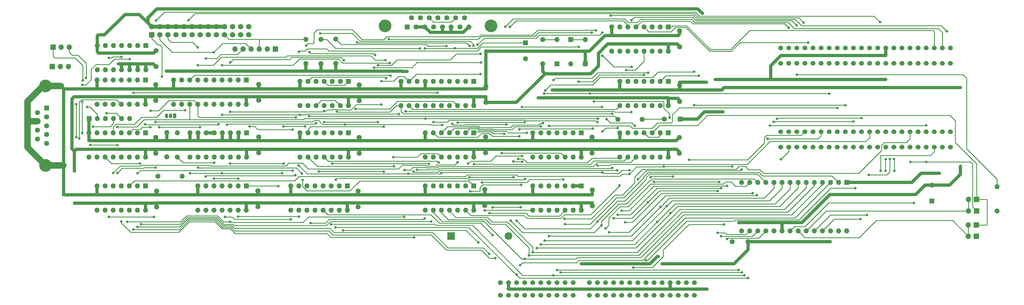
<source format=gbr>
%TF.GenerationSoftware,KiCad,Pcbnew,(6.0.11)*%
%TF.CreationDate,2023-09-06T20:25:10+01:00*%
%TF.ProjectId,001-Acorn_Electron_Plus1_V1_1_with_Joystick,3030312d-4163-46f7-926e-5f456c656374,rev?*%
%TF.SameCoordinates,Original*%
%TF.FileFunction,Copper,L2,Bot*%
%TF.FilePolarity,Positive*%
%FSLAX46Y46*%
G04 Gerber Fmt 4.6, Leading zero omitted, Abs format (unit mm)*
G04 Created by KiCad (PCBNEW (6.0.11)) date 2023-09-06 20:25:10*
%MOMM*%
%LPD*%
G01*
G04 APERTURE LIST*
G04 Aperture macros list*
%AMRoundRect*
0 Rectangle with rounded corners*
0 $1 Rounding radius*
0 $2 $3 $4 $5 $6 $7 $8 $9 X,Y pos of 4 corners*
0 Add a 4 corners polygon primitive as box body*
4,1,4,$2,$3,$4,$5,$6,$7,$8,$9,$2,$3,0*
0 Add four circle primitives for the rounded corners*
1,1,$1+$1,$2,$3*
1,1,$1+$1,$4,$5*
1,1,$1+$1,$6,$7*
1,1,$1+$1,$8,$9*
0 Add four rect primitives between the rounded corners*
20,1,$1+$1,$2,$3,$4,$5,0*
20,1,$1+$1,$4,$5,$6,$7,0*
20,1,$1+$1,$6,$7,$8,$9,0*
20,1,$1+$1,$8,$9,$2,$3,0*%
G04 Aperture macros list end*
%TA.AperFunction,ComponentPad*%
%ADD10C,1.600000*%
%TD*%
%TA.AperFunction,ComponentPad*%
%ADD11O,1.600000X1.600000*%
%TD*%
%TA.AperFunction,ComponentPad*%
%ADD12R,1.600000X1.600000*%
%TD*%
%TA.AperFunction,ComponentPad*%
%ADD13C,1.524000*%
%TD*%
%TA.AperFunction,ComponentPad*%
%ADD14R,1.700000X1.700000*%
%TD*%
%TA.AperFunction,ComponentPad*%
%ADD15O,1.700000X1.700000*%
%TD*%
%TA.AperFunction,ComponentPad*%
%ADD16C,4.000000*%
%TD*%
%TA.AperFunction,ComponentPad*%
%ADD17R,1.050000X1.500000*%
%TD*%
%TA.AperFunction,ComponentPad*%
%ADD18O,1.050000X1.500000*%
%TD*%
%TA.AperFunction,ComponentPad*%
%ADD19RoundRect,0.250000X0.600000X-0.600000X0.600000X0.600000X-0.600000X0.600000X-0.600000X-0.600000X0*%
%TD*%
%TA.AperFunction,ComponentPad*%
%ADD20C,1.700000*%
%TD*%
%TA.AperFunction,ComponentPad*%
%ADD21R,2.400000X2.400000*%
%TD*%
%TA.AperFunction,ComponentPad*%
%ADD22O,2.400000X2.400000*%
%TD*%
%TA.AperFunction,ViaPad*%
%ADD23C,0.800000*%
%TD*%
%TA.AperFunction,Conductor*%
%ADD24C,0.250000*%
%TD*%
%TA.AperFunction,Conductor*%
%ADD25C,1.000000*%
%TD*%
%TA.AperFunction,Conductor*%
%ADD26C,1.200000*%
%TD*%
%TA.AperFunction,Conductor*%
%ADD27C,2.000000*%
%TD*%
G04 APERTURE END LIST*
D10*
%TO.P,R3,1*%
%TO.N,VCC*%
X147028150Y-127712658D03*
D11*
%TO.P,R3,2*%
%TO.N,Net-(IC15-Pad9)*%
X147028150Y-120092658D03*
%TD*%
D12*
%TO.P,IC9,1*%
%TO.N,Net-(IC6-Pad15)*%
X228849000Y-149500000D03*
D11*
%TO.P,IC9,2*%
%TO.N,Net-(IC7-Pad12)*%
X226309000Y-149500000D03*
%TO.P,IC9,3*%
%TO.N,N/C*%
X223769000Y-149500000D03*
%TO.P,IC9,4*%
%TO.N,Net-(IC6-Pad10)*%
X221229000Y-149500000D03*
%TO.P,IC9,5*%
%TO.N,/A15*%
X218689000Y-149500000D03*
%TO.P,IC9,6*%
%TO.N,Net-(IC8-Pad11)*%
X216149000Y-149500000D03*
%TO.P,IC9,7*%
%TO.N,GND*%
X213609000Y-149500000D03*
%TO.P,IC9,8*%
%TO.N,Net-(IC7-Pad1)*%
X213609000Y-157120000D03*
%TO.P,IC9,9*%
%TO.N,/A15*%
X216149000Y-157120000D03*
%TO.P,IC9,10*%
%TO.N,Net-(IC6-Pad11)*%
X218689000Y-157120000D03*
%TO.P,IC9,11*%
%TO.N,N/C*%
X221229000Y-157120000D03*
%TO.P,IC9,12*%
%TO.N,Net-(IC7-Pad12)*%
X223769000Y-157120000D03*
%TO.P,IC9,13*%
%TO.N,Net-(IC6-Pad14)*%
X226309000Y-157120000D03*
%TO.P,IC9,14*%
%TO.N,VCC*%
X228849000Y-157120000D03*
%TD*%
D10*
%TO.P,C7,1*%
%TO.N,VCC*%
X198524324Y-172322327D03*
%TO.P,C7,2*%
%TO.N,GND*%
X198524324Y-167322327D03*
%TD*%
D12*
%TO.P,C4,1*%
%TO.N,VCC*%
X338943863Y-170930276D03*
D10*
%TO.P,C4,2*%
%TO.N,GND*%
X338943863Y-165930276D03*
%TD*%
D13*
%TO.P,SK2,A1,Pin_a1*%
%TO.N,VCC*%
X344784000Y-149138000D03*
%TO.P,SK2,A2,Pin_a2*%
%TO.N,/OE2*%
X342244000Y-149138000D03*
%TO.P,SK2,A3,Pin_a3*%
%TO.N,/RST*%
X339704000Y-149138000D03*
%TO.P,SK2,A4,Pin_a4*%
%TO.N,/R{slash}W*%
X337164000Y-149138000D03*
%TO.P,SK2,A5,Pin_a5*%
%TO.N,/A8*%
X334624000Y-149138000D03*
%TO.P,SK2,A6,Pin_a6*%
%TO.N,/A13*%
X332084000Y-149138000D03*
%TO.P,SK2,A7,Pin_a7*%
%TO.N,/A12*%
X329544000Y-149138000D03*
%TO.P,SK2,A8,Pin_a8*%
%TO.N,/PHI0*%
X327004000Y-149138000D03*
%TO.P,SK2,A9,Pin_a9*%
%TO.N,-5V*%
X324464000Y-149138000D03*
%TO.P,SK2,A10,Pin_a10*%
%TO.N,/NC*%
X321924000Y-149138000D03*
%TO.P,SK2,A11,Pin_a11*%
%TO.N,/NRDY*%
X319384000Y-149138000D03*
%TO.P,SK2,A12,Pin_a12*%
%TO.N,/NMI*%
X316844000Y-149138000D03*
%TO.P,SK2,A13,Pin_a13*%
%TO.N,/IRQ*%
X314304000Y-149138000D03*
%TO.P,SK2,A14,Pin_a14*%
%TO.N,/NPFC*%
X311764000Y-149138000D03*
%TO.P,SK2,A15,Pin_a15*%
%TO.N,/NPFD*%
X309224000Y-149138000D03*
%TO.P,SK2,A16,Pin_a16*%
%TO.N,/ROMQA*%
X306684000Y-149138000D03*
%TO.P,SK2,A17,Pin_a17*%
%TO.N,/16MHZ*%
X304144000Y-149138000D03*
%TO.P,SK2,A18,Pin_a18*%
%TO.N,/ROMSTB*%
X301604000Y-149138000D03*
%TO.P,SK2,A19,Pin_a19*%
%TO.N,/SND0*%
X299064000Y-149138000D03*
%TO.P,SK2,A20,Pin_a20*%
%TO.N,Net-(R4-Pad2)*%
X296524000Y-149138000D03*
%TO.P,SK2,A21,Pin_a21*%
%TO.N,/SOUNDIN*%
X293984000Y-149138000D03*
%TO.P,SK2,A22,Pin_a22*%
%TO.N,GND*%
X291444000Y-149138000D03*
%TO.P,SK2,B1,Pin_b1*%
%TO.N,VCC*%
X344784000Y-153989400D03*
%TO.P,SK2,B2,Pin_b2*%
%TO.N,/A10*%
X342244000Y-153989400D03*
%TO.P,SK2,B3,Pin_b3*%
%TO.N,/D3*%
X339704000Y-153989400D03*
%TO.P,SK2,B4,Pin_b4*%
%TO.N,/A11*%
X337164000Y-153989400D03*
%TO.P,SK2,B5,B5*%
%TO.N,/A9*%
X334624000Y-153989400D03*
%TO.P,SK2,B6,Pin_b6*%
%TO.N,/D7*%
X332084000Y-153989400D03*
%TO.P,SK2,B7,Pin_b7*%
%TO.N,/D6*%
X329544000Y-153989400D03*
%TO.P,SK2,B8,Pin_b8*%
%TO.N,/D5*%
X327004000Y-153989400D03*
%TO.P,SK2,B9,Pin_b9*%
%TO.N,/D4*%
X324464000Y-153989400D03*
%TO.P,SK2,B10,Pin_b10*%
%TO.N,/OE3*%
X321924000Y-153989400D03*
%TO.P,SK2,B11,Pin_b11*%
%TO.N,/A7*%
X319384000Y-153989400D03*
%TO.P,SK2,B12,Pin_b12*%
%TO.N,/A6*%
X316844000Y-153989400D03*
%TO.P,SK2,B13,Pin_b13*%
%TO.N,/A5*%
X314304000Y-153989400D03*
%TO.P,SK2,B14,Pin_b14*%
%TO.N,/A4*%
X311764000Y-153989400D03*
%TO.P,SK2,B15,Pin_b15*%
%TO.N,/A3*%
X309224000Y-153989400D03*
%TO.P,SK2,B16,Pin_b16*%
%TO.N,/A2*%
X306684000Y-153989400D03*
%TO.P,SK2,B17,Pin_b17*%
%TO.N,/A1*%
X304144000Y-153989400D03*
%TO.P,SK2,B18,Pin_b18*%
%TO.N,/A0*%
X301604000Y-153989400D03*
%TO.P,SK2,B19,Pin_b19*%
%TO.N,/D0*%
X299064000Y-153989400D03*
%TO.P,SK2,B20,Pin_b20*%
%TO.N,/D2*%
X296524000Y-153989400D03*
%TO.P,SK2,B21,Pin_b21*%
%TO.N,/D1*%
X293984000Y-153989400D03*
%TO.P,SK2,B22,B22*%
%TO.N,GND*%
X291444000Y-153989400D03*
%TD*%
D14*
%TO.P,LK3,1,Pin_1*%
%TO.N,/ROMOE*%
X353060000Y-170416594D03*
D15*
%TO.P,LK3,2,Pin_2*%
%TO.N,Net-(IC14-Pad23)*%
X350520000Y-170416594D03*
%TD*%
D14*
%TO.P,LK5,1,Pin_1*%
%TO.N,Net-(IC19-Pad10)*%
X62671871Y-128681409D03*
D15*
%TO.P,LK5,2,Pin_2*%
%TO.N,Net-(IC17-Pad4)*%
X65211871Y-128681409D03*
%TO.P,LK5,3,Pin_3*%
%TO.N,/A5*%
X67751871Y-128681409D03*
%TD*%
D10*
%TO.P,C10,1*%
%TO.N,VCC*%
X259650779Y-155934977D03*
%TO.P,C10,2*%
%TO.N,GND*%
X259650779Y-150934977D03*
%TD*%
%TO.P,R1,1*%
%TO.N,Net-(IC12-Pad12)*%
X101954254Y-157078714D03*
D11*
%TO.P,R1,2*%
%TO.N,Net-(Q1-Pad2)*%
X101954254Y-149458714D03*
%TD*%
D12*
%TO.P,IC13,1*%
%TO.N,/WR*%
X123570000Y-166210000D03*
D11*
%TO.P,IC13,2*%
X121030000Y-166210000D03*
%TO.P,IC13,3*%
%TO.N,Net-(IC13-Pad3)*%
X118490000Y-166210000D03*
%TO.P,IC13,4*%
%TO.N,/FC71*%
X115950000Y-166210000D03*
%TO.P,IC13,5*%
%TO.N,/WR*%
X113410000Y-166210000D03*
%TO.P,IC13,6*%
%TO.N,Net-(IC10-Pad13)*%
X110870000Y-166210000D03*
%TO.P,IC13,7*%
%TO.N,GND*%
X108330000Y-166210000D03*
%TO.P,IC13,8*%
%TO.N,/ROMSTB*%
X108330000Y-173830000D03*
%TO.P,IC13,9*%
%TO.N,/WR*%
X110870000Y-173830000D03*
%TO.P,IC13,10*%
%TO.N,/FC73*%
X113410000Y-173830000D03*
%TO.P,IC13,11*%
%TO.N,/STAT*%
X115950000Y-173830000D03*
%TO.P,IC13,12*%
%TO.N,Net-(IC13-Pad12)*%
X118490000Y-173830000D03*
%TO.P,IC13,13*%
%TO.N,/FC72*%
X121030000Y-173830000D03*
%TO.P,IC13,14*%
%TO.N,VCC*%
X123570000Y-173830000D03*
%TD*%
D12*
%TO.P,IC7,1*%
%TO.N,Net-(IC7-Pad1)*%
X91938100Y-166210000D03*
D11*
%TO.P,IC7,2*%
%TO.N,Net-(IC10-Pad10)*%
X89398100Y-166210000D03*
%TO.P,IC7,3*%
%TO.N,/R{slash}W*%
X86858100Y-166210000D03*
%TO.P,IC7,4*%
%TO.N,Net-(IC13-Pad12)*%
X84318100Y-166210000D03*
%TO.P,IC7,5*%
%TO.N,Net-(IC7-Pad5)*%
X81778100Y-166210000D03*
%TO.P,IC7,6*%
%TO.N,Net-(IC3-Pad15)*%
X79238100Y-166210000D03*
%TO.P,IC7,7*%
%TO.N,GND*%
X76698100Y-166210000D03*
%TO.P,IC7,8*%
%TO.N,N/C*%
X76698100Y-173830000D03*
%TO.P,IC7,9*%
X79238100Y-173830000D03*
%TO.P,IC7,10*%
%TO.N,/OE3*%
X81778100Y-173830000D03*
%TO.P,IC7,11*%
%TO.N,Net-(IC7-Pad11)*%
X84318100Y-173830000D03*
%TO.P,IC7,12*%
%TO.N,Net-(IC7-Pad12)*%
X86858100Y-173830000D03*
%TO.P,IC7,13*%
%TO.N,/A14*%
X89398100Y-173830000D03*
%TO.P,IC7,14*%
%TO.N,VCC*%
X91938100Y-173830000D03*
%TD*%
D10*
%TO.P,C23,1*%
%TO.N,VCC*%
X95208982Y-128658635D03*
%TO.P,C23,2*%
%TO.N,GND*%
X95208982Y-123658635D03*
%TD*%
%TO.P,R6,1*%
%TO.N,VCC*%
X151666856Y-127649639D03*
D11*
%TO.P,R6,2*%
%TO.N,Net-(IC15-Pad5)*%
X151666856Y-120029639D03*
%TD*%
D12*
%TO.P,C6,1*%
%TO.N,GND*%
X259923292Y-145153587D03*
D10*
%TO.P,C6,2*%
%TO.N,Net-(C6-Pad2)*%
X254923292Y-145153587D03*
%TD*%
D14*
%TO.P,LK4,1,Pin_1*%
%TO.N,/A11*%
X352992147Y-182042354D03*
D15*
%TO.P,LK4,2,Pin_2*%
%TO.N,Net-(IC14-Pad22)*%
X350452147Y-182042354D03*
%TD*%
D12*
%TO.P,IC6,1,~{Mr}*%
%TO.N,/RST*%
X256165000Y-116250000D03*
D11*
%TO.P,IC6,2,Q0*%
%TO.N,/ROMQA*%
X253625000Y-116250000D03*
%TO.P,IC6,3,~{Q0}*%
%TO.N,Net-(IC6-Pad3)*%
X251085000Y-116250000D03*
%TO.P,IC6,4,D0*%
%TO.N,/D0*%
X248545000Y-116250000D03*
%TO.P,IC6,5,D1*%
%TO.N,/D1*%
X246005000Y-116250000D03*
%TO.P,IC6,6,~{Q1}*%
%TO.N,Net-(IC10-Pad4)*%
X243465000Y-116250000D03*
%TO.P,IC6,7,Q1*%
%TO.N,Net-(IC10-Pad9)*%
X240925000Y-116250000D03*
%TO.P,IC6,8,GND*%
%TO.N,GND*%
X238385000Y-116250000D03*
%TO.P,IC6,9,Cp*%
%TO.N,Net-(IC5-Pad12)*%
X238385000Y-123870000D03*
%TO.P,IC6,10,Q2*%
%TO.N,Net-(IC6-Pad10)*%
X240925000Y-123870000D03*
%TO.P,IC6,11,~{Q2}*%
%TO.N,Net-(IC6-Pad11)*%
X243465000Y-123870000D03*
%TO.P,IC6,12,D2*%
%TO.N,/D2*%
X246005000Y-123870000D03*
%TO.P,IC6,13,D3*%
%TO.N,/D3*%
X248545000Y-123870000D03*
%TO.P,IC6,14,~{Q3}*%
%TO.N,Net-(IC6-Pad14)*%
X251085000Y-123870000D03*
%TO.P,IC6,15,Q3*%
%TO.N,Net-(IC6-Pad15)*%
X253625000Y-123870000D03*
%TO.P,IC6,16,VCC*%
%TO.N,VCC*%
X256165000Y-123870000D03*
%TD*%
D10*
%TO.P,R5,1*%
%TO.N,Net-(C5-Pad1)*%
X216689981Y-120196242D03*
D11*
%TO.P,R5,2*%
%TO.N,VCC*%
X216689981Y-127816242D03*
%TD*%
D12*
%TO.P,IC15,1*%
%TO.N,/STAT*%
X155650000Y-133360000D03*
D11*
%TO.P,IC15,2*%
%TO.N,Net-(IC11-Pad18)*%
X153110000Y-133360000D03*
%TO.P,IC15,3*%
%TO.N,/D6*%
X150570000Y-133360000D03*
%TO.P,IC15,4*%
%TO.N,/STAT*%
X148030000Y-133360000D03*
%TO.P,IC15,5*%
%TO.N,Net-(IC15-Pad5)*%
X145490000Y-133360000D03*
%TO.P,IC15,6*%
%TO.N,/D4*%
X142950000Y-133360000D03*
%TO.P,IC15,7*%
%TO.N,GND*%
X140410000Y-133360000D03*
%TO.P,IC15,8*%
%TO.N,/D5*%
X140410000Y-140980000D03*
%TO.P,IC15,9*%
%TO.N,Net-(IC15-Pad9)*%
X142950000Y-140980000D03*
%TO.P,IC15,10*%
%TO.N,/STAT*%
X145490000Y-140980000D03*
%TO.P,IC15,11*%
%TO.N,/D7*%
X148030000Y-140980000D03*
%TO.P,IC15,12*%
%TO.N,Net-(IC10-Pad11)*%
X150570000Y-140980000D03*
%TO.P,IC15,13*%
%TO.N,/STAT*%
X153110000Y-140980000D03*
%TO.P,IC15,14*%
%TO.N,VCC*%
X155650000Y-140980000D03*
%TD*%
D12*
%TO.P,IC2,1*%
%TO.N,Net-(IC2-Pad1)*%
X256165000Y-149500000D03*
D11*
%TO.P,IC2,2*%
%TO.N,/R{slash}W*%
X253625000Y-149500000D03*
%TO.P,IC2,3*%
%TO.N,/ROMOE*%
X251085000Y-149500000D03*
%TO.P,IC2,4*%
%TO.N,/R{slash}W*%
X248545000Y-149500000D03*
%TO.P,IC2,5*%
%TO.N,/PHI0*%
X246005000Y-149500000D03*
%TO.P,IC2,6*%
%TO.N,/RD*%
X243465000Y-149500000D03*
%TO.P,IC2,7*%
%TO.N,GND*%
X240925000Y-149500000D03*
%TO.P,IC2,8*%
%TO.N,/WR*%
X240925000Y-157120000D03*
%TO.P,IC2,9*%
%TO.N,/PHI0*%
X243465000Y-157120000D03*
%TO.P,IC2,10*%
%TO.N,Net-(IC13-Pad12)*%
X246005000Y-157120000D03*
%TO.P,IC2,11*%
%TO.N,Net-(IC2-Pad11)*%
X248545000Y-157120000D03*
%TO.P,IC2,12*%
%TO.N,/A2*%
X251085000Y-157120000D03*
%TO.P,IC2,13*%
%TO.N,/A0*%
X253625000Y-157120000D03*
%TO.P,IC2,14*%
%TO.N,VCC*%
X256165000Y-157120000D03*
%TD*%
D14*
%TO.P,LK1,1,Pin_1*%
%TO.N,/A11*%
X353060000Y-174012369D03*
D15*
%TO.P,LK1,2,Pin_2*%
%TO.N,Net-(IC14-Pad23)*%
X350520000Y-174012369D03*
%TD*%
D12*
%TO.P,IC11,1,RD*%
%TO.N,/RD*%
X195075537Y-133360000D03*
D11*
%TO.P,IC11,2,CS*%
%TO.N,/FC70*%
X192535537Y-133360000D03*
%TO.P,IC11,3,CH1*%
%TO.N,Net-(IC11-Pad3)*%
X189995537Y-133360000D03*
%TO.P,IC11,4,CH2*%
%TO.N,Net-(IC11-Pad4)*%
X187455537Y-133360000D03*
%TO.P,IC11,5,CH3*%
%TO.N,Net-(IC11-Pad5)*%
X184915537Y-133360000D03*
%TO.P,IC11,6,CH4*%
%TO.N,Net-(IC11-Pad6)*%
X182375537Y-133360000D03*
%TO.P,IC11,7,AGND*%
%TO.N,GND*%
X179835537Y-133360000D03*
%TO.P,IC11,8,VReF*%
%TO.N,Net-(C5-Pad1)*%
X177295537Y-133360000D03*
%TO.P,IC11,9,D7*%
%TO.N,/D7*%
X174755537Y-133360000D03*
%TO.P,IC11,10,GND*%
%TO.N,GND*%
X172215537Y-133360000D03*
%TO.P,IC11,11,D6*%
%TO.N,/D6*%
X172215537Y-140980000D03*
%TO.P,IC11,12,D5*%
%TO.N,/D5*%
X174755537Y-140980000D03*
%TO.P,IC11,13,D4/MA4*%
%TO.N,/D4*%
X177295537Y-140980000D03*
%TO.P,IC11,14,D3/MA3*%
%TO.N,/D3*%
X179835537Y-140980000D03*
%TO.P,IC11,15,D2/MA2*%
%TO.N,/D2*%
X182375537Y-140980000D03*
%TO.P,IC11,16,D1/MA1*%
%TO.N,/D1*%
X184915537Y-140980000D03*
%TO.P,IC11,17,D0/MA0*%
%TO.N,/D0*%
X187455537Y-140980000D03*
%TO.P,IC11,18,INTR*%
%TO.N,Net-(IC11-Pad18)*%
X189995537Y-140980000D03*
%TO.P,IC11,19,WR*%
%TO.N,/WR*%
X192535537Y-140980000D03*
%TO.P,IC11,20,VCC*%
%TO.N,VCC*%
X195075537Y-140980000D03*
%TD*%
D10*
%TO.P,C1,1*%
%TO.N,VCC*%
X95373014Y-172824680D03*
%TO.P,C1,2*%
%TO.N,GND*%
X95373014Y-167824680D03*
%TD*%
D12*
%TO.P,IC19,1*%
%TO.N,/NPFC*%
X91938100Y-132890000D03*
D11*
%TO.P,IC19,2*%
%TO.N,Net-(IC17-Pad1)*%
X89398100Y-132890000D03*
%TO.P,IC19,3*%
%TO.N,N/C*%
X86858100Y-132890000D03*
%TO.P,IC19,4*%
X84318100Y-132890000D03*
%TO.P,IC19,5*%
X81778100Y-132890000D03*
%TO.P,IC19,6*%
X79238100Y-132890000D03*
%TO.P,IC19,7*%
%TO.N,GND*%
X76698100Y-132890000D03*
%TO.P,IC19,8*%
%TO.N,Net-(IC19-Pad8)*%
X76698100Y-140510000D03*
%TO.P,IC19,9*%
%TO.N,/A4*%
X79238100Y-140510000D03*
%TO.P,IC19,10*%
%TO.N,Net-(IC19-Pad10)*%
X81778100Y-140510000D03*
%TO.P,IC19,11*%
%TO.N,/A5*%
X84318100Y-140510000D03*
%TO.P,IC19,12*%
%TO.N,N/C*%
X86858100Y-140510000D03*
%TO.P,IC19,13*%
X89398100Y-140510000D03*
%TO.P,IC19,14*%
%TO.N,VCC*%
X91938100Y-140510000D03*
%TD*%
D14*
%TO.P,LK2,1,Pin_1*%
%TO.N,/ROMOE*%
X352989952Y-178448715D03*
D15*
%TO.P,LK2,2,Pin_2*%
%TO.N,Net-(IC14-Pad22)*%
X350449952Y-178448715D03*
%TD*%
D10*
%TO.P,C21,1*%
%TO.N,VCC*%
X127264699Y-172695233D03*
%TO.P,C21,2*%
%TO.N,GND*%
X127264699Y-167695233D03*
%TD*%
D12*
%TO.P,IC14,1,VPP*%
%TO.N,VCC*%
X312205600Y-165095000D03*
D11*
%TO.P,IC14,2,A12*%
%TO.N,/A12*%
X309665600Y-165095000D03*
%TO.P,IC14,3,A7*%
%TO.N,/A7*%
X307125600Y-165095000D03*
%TO.P,IC14,4,A6*%
%TO.N,/A6*%
X304585600Y-165095000D03*
%TO.P,IC14,5,A5*%
%TO.N,/A5*%
X302045600Y-165095000D03*
%TO.P,IC14,6,A4*%
%TO.N,/A4*%
X299505600Y-165095000D03*
%TO.P,IC14,7,A3*%
%TO.N,/A3*%
X296965600Y-165095000D03*
%TO.P,IC14,8,A2*%
%TO.N,/A2*%
X294425600Y-165095000D03*
%TO.P,IC14,9,A1*%
%TO.N,/A1*%
X291885600Y-165095000D03*
%TO.P,IC14,10,A0*%
%TO.N,/A0*%
X289345600Y-165095000D03*
%TO.P,IC14,11,D0*%
%TO.N,/D0*%
X286805600Y-165095000D03*
%TO.P,IC14,12,D1*%
%TO.N,/D1*%
X284265600Y-165095000D03*
%TO.P,IC14,13,D2*%
%TO.N,/D2*%
X281725600Y-165095000D03*
%TO.P,IC14,14,GND*%
%TO.N,GND*%
X279185600Y-165095000D03*
%TO.P,IC14,15,D3*%
%TO.N,/D3*%
X279185600Y-180335000D03*
%TO.P,IC14,16,D4*%
%TO.N,/D4*%
X281725600Y-180335000D03*
%TO.P,IC14,17,D5*%
%TO.N,/D5*%
X284265600Y-180335000D03*
%TO.P,IC14,18,D6*%
%TO.N,/D6*%
X286805600Y-180335000D03*
%TO.P,IC14,19,D7*%
%TO.N,/D7*%
X289345600Y-180335000D03*
%TO.P,IC14,20,~{CE}*%
%TO.N,GND*%
X291885600Y-180335000D03*
%TO.P,IC14,21,A10*%
%TO.N,/A10*%
X294425600Y-180335000D03*
%TO.P,IC14,22,~{OE}*%
%TO.N,Net-(IC14-Pad22)*%
X296965600Y-180335000D03*
%TO.P,IC14,23,A11*%
%TO.N,Net-(IC14-Pad23)*%
X299505600Y-180335000D03*
%TO.P,IC14,24,A9*%
%TO.N,/A9*%
X302045600Y-180335000D03*
%TO.P,IC14,25,A8*%
%TO.N,/A8*%
X304585600Y-180335000D03*
%TO.P,IC14,26,NC*%
%TO.N,VCC*%
X307125600Y-180335000D03*
%TO.P,IC14,27,~{PGM}*%
X309665600Y-180335000D03*
%TO.P,IC14,28,VCC*%
X312205600Y-180335000D03*
%TD*%
D12*
%TO.P,IC18,1,OEa*%
%TO.N,Net-(IC17-Pad8)*%
X91938100Y-149505745D03*
D11*
%TO.P,IC18,2,I1*%
%TO.N,Net-(IC18-Pad2)*%
X89398100Y-149505745D03*
%TO.P,IC18,3,O1a*%
%TO.N,/D4*%
X86858100Y-149505745D03*
%TO.P,IC18,4,I2*%
%TO.N,Net-(IC18-Pad4)*%
X84318100Y-149505745D03*
%TO.P,IC18,5,O2a*%
%TO.N,/D2*%
X81778100Y-149505745D03*
%TO.P,IC18,6,I3*%
%TO.N,unconnected-(IC18-Pad6)*%
X79238100Y-149505745D03*
%TO.P,IC18,7,O3a*%
%TO.N,unconnected-(IC18-Pad7)*%
X76698100Y-149505745D03*
%TO.P,IC18,8,GND*%
%TO.N,GND*%
X74158100Y-149505745D03*
%TO.P,IC18,9,O4a*%
%TO.N,/D3*%
X74158100Y-157125745D03*
%TO.P,IC18,10,I4*%
%TO.N,Net-(IC18-Pad10)*%
X76698100Y-157125745D03*
%TO.P,IC18,11,O5b*%
%TO.N,/D1*%
X79238100Y-157125745D03*
%TO.P,IC18,12,I5*%
%TO.N,Net-(IC18-Pad12)*%
X81778100Y-157125745D03*
%TO.P,IC18,13,O6b*%
%TO.N,/D0*%
X84318100Y-157125745D03*
%TO.P,IC18,14,I6*%
%TO.N,Net-(IC18-Pad14)*%
X86858100Y-157125745D03*
%TO.P,IC18,15,OEb*%
%TO.N,Net-(IC17-Pad8)*%
X89398100Y-157125745D03*
%TO.P,IC18,16,VCC*%
%TO.N,VCC*%
X91938100Y-157125745D03*
%TD*%
D12*
%TO.P,IC10,1*%
%TO.N,N/C*%
X155650000Y-149500000D03*
D11*
%TO.P,IC10,2*%
X153110000Y-149500000D03*
%TO.P,IC10,3*%
X150570000Y-149500000D03*
%TO.P,IC10,4*%
%TO.N,Net-(IC10-Pad4)*%
X148030000Y-149500000D03*
%TO.P,IC10,5*%
%TO.N,Net-(IC10-Pad10)*%
X145490000Y-149500000D03*
%TO.P,IC10,6*%
%TO.N,/OE4*%
X142950000Y-149500000D03*
%TO.P,IC10,7*%
%TO.N,GND*%
X140410000Y-149500000D03*
%TO.P,IC10,8*%
%TO.N,/OE2*%
X140410000Y-157120000D03*
%TO.P,IC10,9*%
%TO.N,Net-(IC10-Pad9)*%
X142950000Y-157120000D03*
%TO.P,IC10,10*%
%TO.N,Net-(IC10-Pad10)*%
X145490000Y-157120000D03*
%TO.P,IC10,11*%
%TO.N,Net-(IC10-Pad11)*%
X148030000Y-157120000D03*
%TO.P,IC10,12*%
%TO.N,Net-(IC10-Pad12)*%
X150570000Y-157120000D03*
%TO.P,IC10,13*%
%TO.N,Net-(IC10-Pad13)*%
X153110000Y-157120000D03*
%TO.P,IC10,14*%
%TO.N,VCC*%
X155650000Y-157120000D03*
%TD*%
D12*
%TO.P,IC3,1,E*%
%TO.N,Net-(IC1-Pad8)*%
X155368900Y-166210000D03*
D11*
%TO.P,IC3,2,A0*%
%TO.N,/A8*%
X152828900Y-166210000D03*
%TO.P,IC3,3,A1*%
%TO.N,/A9*%
X150288900Y-166210000D03*
%TO.P,IC3,4,O0*%
%TO.N,/NPFC*%
X147748900Y-166210000D03*
%TO.P,IC3,5,O1*%
%TO.N,/NPFD*%
X145208900Y-166210000D03*
%TO.P,IC3,6,O2*%
%TO.N,/NPFE*%
X142668900Y-166210000D03*
%TO.P,IC3,7,O3*%
%TO.N,unconnected-(IC3-Pad7)*%
X140128900Y-166210000D03*
%TO.P,IC3,8*%
%TO.N,GND*%
X137588900Y-166210000D03*
%TO.P,IC3,9,O3*%
%TO.N,/FC73*%
X137588900Y-173830000D03*
%TO.P,IC3,10,O2*%
%TO.N,/FC72*%
X140128900Y-173830000D03*
%TO.P,IC3,11,O1*%
%TO.N,/FC71*%
X142668900Y-173830000D03*
%TO.P,IC3,12,O0*%
%TO.N,/FC70*%
X145208900Y-173830000D03*
%TO.P,IC3,13,A1*%
%TO.N,/A1*%
X147748900Y-173830000D03*
%TO.P,IC3,14,A0*%
%TO.N,/A0*%
X150288900Y-173830000D03*
%TO.P,IC3,15,E*%
%TO.N,Net-(IC3-Pad15)*%
X152828900Y-173830000D03*
%TO.P,IC3,16*%
%TO.N,VCC*%
X155368900Y-173830000D03*
%TD*%
D13*
%TO.P,PL1,1,Pin_1*%
%TO.N,/18VAC*%
X264374070Y-200556891D03*
%TO.P,PL1,2,Pin_2*%
X264374070Y-196556891D03*
%TO.P,PL1,3,Pin_3*%
%TO.N,/ACRET*%
X261834070Y-200556891D03*
%TO.P,PL1,4,Pin_4*%
X261834070Y-196556891D03*
%TO.P,PL1,5,Pin_5*%
%TO.N,-5V*%
X259294070Y-200556891D03*
%TO.P,PL1,6,Pin_6*%
X259294070Y-196556891D03*
%TO.P,PL1,7,Pin_7*%
%TO.N,GND*%
X256754070Y-200556891D03*
%TO.P,PL1,8,Pin_8*%
X256754070Y-196556891D03*
%TO.P,PL1,9,Pin_9*%
%TO.N,VCC*%
X254214070Y-200556891D03*
%TO.P,PL1,10,Pin_10*%
X254214070Y-196556891D03*
%TO.P,PL1,11,Pin_11*%
%TO.N,/SND0*%
X251674070Y-200556891D03*
%TO.P,PL1,12,Pin_12*%
%TO.N,/16MHZ*%
X251674070Y-196556891D03*
%TO.P,PL1,13,Pin_13*%
%TO.N,/CLK_D13*%
X249134070Y-200556891D03*
%TO.P,PL1,14,Pin_14*%
%TO.N,/PHI0*%
X249134070Y-196556891D03*
%TO.P,PL1,15,Pin_15*%
%TO.N,/RST*%
X246594070Y-200556891D03*
%TO.P,PL1,16,Pin_16*%
%TO.N,/NMI*%
X246594070Y-196556891D03*
%TO.P,PL1,17,Pin_17*%
%TO.N,/IRQ*%
X244054070Y-200556891D03*
%TO.P,PL1,18,Pin_18*%
%TO.N,/R{slash}W*%
X244054070Y-196556891D03*
%TO.P,PL1,19,Pin_19*%
%TO.N,/D7*%
X241514070Y-200556891D03*
%TO.P,PL1,20,Pin_20*%
%TO.N,/D6*%
X241514070Y-196556891D03*
%TO.P,PL1,21,Pin_21*%
%TO.N,/D5*%
X238974070Y-200556891D03*
%TO.P,PL1,22,Pin_22*%
%TO.N,/D4*%
X238974070Y-196556891D03*
%TO.P,PL1,23,Pin_23*%
%TO.N,/D3*%
X236434070Y-200556891D03*
%TO.P,PL1,24,Pin_24*%
%TO.N,/D2*%
X236434070Y-196556891D03*
%TO.P,PL1,25,Pin_25*%
%TO.N,/D1*%
X233894070Y-200556891D03*
%TO.P,PL1,26,Pin_26*%
%TO.N,/D0*%
X233894070Y-196556891D03*
%TO.P,PL1,27,Pin_27*%
%TO.N,/NRDY*%
X231354070Y-200556891D03*
%TO.P,PL1,28,Pin_28*%
%TO.N,/NC1*%
X231354070Y-196556891D03*
%TO.P,PL1,31,Pin_31*%
%TO.N,/A15*%
X226274070Y-200556891D03*
%TO.P,PL1,32,Pin_32*%
%TO.N,/A14*%
X226274070Y-196556891D03*
%TO.P,PL1,33,Pin_33*%
%TO.N,/A13*%
X223734070Y-200556891D03*
%TO.P,PL1,34,Pin_34*%
%TO.N,/A12*%
X223734070Y-196556891D03*
%TO.P,PL1,35,Pin_35*%
%TO.N,/A11*%
X221194070Y-200556891D03*
%TO.P,PL1,36,Pin_36*%
%TO.N,/A10*%
X221194070Y-196556891D03*
%TO.P,PL1,37,Pin_37*%
%TO.N,/A9*%
X218654070Y-200556891D03*
%TO.P,PL1,38,Pin_38*%
%TO.N,/A0*%
X218654070Y-196556891D03*
%TO.P,PL1,39,Pin_39*%
%TO.N,/A1*%
X216114070Y-200556891D03*
%TO.P,PL1,40,Pin_40*%
%TO.N,/A2*%
X216114070Y-196556891D03*
%TO.P,PL1,41,Pin_41*%
%TO.N,/A3*%
X213574070Y-200556891D03*
%TO.P,PL1,42,Pin_42*%
%TO.N,/A4*%
X213574070Y-196556891D03*
%TO.P,PL1,43,Pin_43*%
%TO.N,/A5*%
X211034070Y-200556891D03*
%TO.P,PL1,44,Pin_44*%
%TO.N,/A6*%
X211034070Y-196556891D03*
%TO.P,PL1,45,Pin_45*%
%TO.N,/A7*%
X208494070Y-200556891D03*
%TO.P,PL1,46,Pin_46*%
%TO.N,/A8*%
X208494070Y-196556891D03*
%TO.P,PL1,47,Pin_47*%
%TO.N,GND*%
X205954070Y-200556891D03*
%TO.P,PL1,48,Pin_48*%
X205954070Y-196556891D03*
%TO.P,PL1,49,Pin_49*%
%TO.N,VCC*%
X203414070Y-200556891D03*
%TO.P,PL1,50,Pin_50*%
X203414070Y-196556891D03*
%TD*%
D10*
%TO.P,C8,1*%
%TO.N,VCC*%
X232314072Y-172452667D03*
%TO.P,C8,2*%
%TO.N,GND*%
X232314072Y-167452667D03*
%TD*%
%TO.P,C22,1*%
%TO.N,VCC*%
X95113970Y-155917560D03*
%TO.P,C22,2*%
%TO.N,GND*%
X95113970Y-150917560D03*
%TD*%
D14*
%TO.P,LK7,1,Pin_1*%
%TO.N,GND*%
X132702003Y-123129532D03*
D15*
%TO.P,LK7,2,Pin_2*%
%TO.N,VCC*%
X130162003Y-123129532D03*
%TO.P,LK7,3,Pin_3*%
%TO.N,Net-(IC5-Pad4)*%
X127622003Y-123129532D03*
%TO.P,LK7,4,Pin_4*%
%TO.N,Net-(IC16-Pad5)*%
X125082003Y-123129532D03*
%TO.P,LK7,5,Pin_5*%
%TO.N,Net-(IC16-Pad6)*%
X122542003Y-123129532D03*
%TO.P,LK7,6,Pin_6*%
%TO.N,GND*%
X120002003Y-123129532D03*
%TD*%
D10*
%TO.P,C2,1*%
%TO.N,VCC*%
X259730107Y-122531758D03*
%TO.P,C2,2*%
%TO.N,GND*%
X259730107Y-117531758D03*
%TD*%
%TO.P,C14,1*%
%TO.N,VCC*%
X281254252Y-183710447D03*
%TO.P,C14,2*%
%TO.N,GND*%
X276254252Y-183710447D03*
%TD*%
%TO.P,C17,1*%
%TO.N,VCC*%
X232218715Y-155856421D03*
%TO.P,C17,2*%
%TO.N,GND*%
X232218715Y-150856421D03*
%TD*%
D12*
%TO.P,D1,1,K*%
%TO.N,Net-(D1-Pad1)*%
X221209600Y-127816242D03*
D11*
%TO.P,D1,2,A*%
%TO.N,Net-(C5-Pad1)*%
X221209600Y-120196242D03*
%TD*%
D12*
%TO.P,D2,1,K*%
%TO.N,Net-(D2-Pad1)*%
X225568115Y-120196242D03*
D11*
%TO.P,D2,2,A*%
%TO.N,Net-(D1-Pad1)*%
X225568115Y-127816242D03*
%TD*%
D16*
%TO.P,SK6,0*%
%TO.N,N/C*%
X60552586Y-159766879D03*
X60552586Y-134766879D03*
D12*
%TO.P,SK6,1,1*%
%TO.N,Net-(IC18-Pad14)*%
X60852586Y-141726879D03*
D10*
%TO.P,SK6,2,2*%
%TO.N,Net-(IC18-Pad12)*%
X60852586Y-144496879D03*
%TO.P,SK6,3,3*%
%TO.N,Net-(IC18-Pad4)*%
X60852586Y-147266879D03*
%TO.P,SK6,4,4*%
%TO.N,Net-(IC18-Pad10)*%
X60852586Y-150036879D03*
%TO.P,SK6,5,5*%
%TO.N,unconnected-(SK6-Pad5)*%
X60852586Y-152806879D03*
%TO.P,SK6,6,6*%
%TO.N,Net-(IC18-Pad2)*%
X58012586Y-143111879D03*
%TO.P,SK6,7,7*%
%TO.N,GND*%
X58012586Y-145881879D03*
%TO.P,SK6,8,8*%
%TO.N,VCC*%
X58012586Y-148651879D03*
%TO.P,SK6,9,9*%
%TO.N,unconnected-(SK6-Pad9)*%
X58012586Y-151421879D03*
%TD*%
D13*
%TO.P,SK1,A1,Pin_a1*%
%TO.N,VCC*%
X344784000Y-122789300D03*
%TO.P,SK1,A2,Pin_a2*%
%TO.N,/OE4*%
X342244000Y-122789300D03*
%TO.P,SK1,A3,Pin_a3*%
%TO.N,/RST*%
X339704000Y-122789300D03*
%TO.P,SK1,A4,Pin_a4*%
%TO.N,/R{slash}W*%
X337164000Y-122789300D03*
%TO.P,SK1,A5,Pin_a5*%
%TO.N,/A8*%
X334624000Y-122789300D03*
%TO.P,SK1,A6,Pin_a6*%
%TO.N,/A13*%
X332084000Y-122789300D03*
%TO.P,SK1,A7,Pin_a7*%
%TO.N,/A12*%
X329544000Y-122789300D03*
%TO.P,SK1,A8,Pin_a8*%
%TO.N,/PHI0*%
X327004000Y-122789300D03*
%TO.P,SK1,A9,Pin_a9*%
%TO.N,-5V*%
X324464000Y-122789300D03*
%TO.P,SK1,A10,Pin_a10*%
%TO.N,/NC*%
X321924000Y-122789300D03*
%TO.P,SK1,A11,Pin_a11*%
%TO.N,/NRDY*%
X319384000Y-122789300D03*
%TO.P,SK1,A12,Pin_a12*%
%TO.N,/NMI*%
X316844000Y-122789300D03*
%TO.P,SK1,A13,Pin_a13*%
%TO.N,/IRQ*%
X314304000Y-122789300D03*
%TO.P,SK1,A14,Pin_a14*%
%TO.N,/NPFC*%
X311764000Y-122789300D03*
%TO.P,SK1,A15,Pin_a15*%
%TO.N,/NPFD*%
X309224000Y-122789300D03*
%TO.P,SK1,A16,Pin_a16*%
%TO.N,/ROMQA*%
X306684000Y-122789300D03*
%TO.P,SK1,A17,Pin_a17*%
%TO.N,/16MHZ*%
X304144000Y-122789300D03*
%TO.P,SK1,A18,Pin_a18*%
%TO.N,/ROMSTB*%
X301604000Y-122789300D03*
%TO.P,SK1,A19,Pin_a19*%
%TO.N,/SND0*%
X299064000Y-122789300D03*
%TO.P,SK1,A20,Pin_a20*%
%TO.N,Net-(R4-Pad2)*%
X296524000Y-122789300D03*
%TO.P,SK1,A21,Pin_a21*%
%TO.N,/SOUNDIN*%
X293984000Y-122789300D03*
%TO.P,SK1,A22,Pin_a22*%
%TO.N,GND*%
X291444000Y-122789300D03*
%TO.P,SK1,B1,Pin_b1*%
%TO.N,VCC*%
X344784000Y-127640700D03*
%TO.P,SK1,B2,Pin_b2*%
%TO.N,/A10*%
X342244000Y-127640700D03*
%TO.P,SK1,B3,Pin_b3*%
%TO.N,/D3*%
X339704000Y-127640700D03*
%TO.P,SK1,B4,Pin_b4*%
%TO.N,/A11*%
X337164000Y-127640700D03*
%TO.P,SK1,B5,B5*%
%TO.N,/A9*%
X334624000Y-127640700D03*
%TO.P,SK1,B6,Pin_b6*%
%TO.N,/D7*%
X332084000Y-127640700D03*
%TO.P,SK1,B7,Pin_b7*%
%TO.N,/D6*%
X329544000Y-127640700D03*
%TO.P,SK1,B8,Pin_b8*%
%TO.N,/D5*%
X327004000Y-127640700D03*
%TO.P,SK1,B9,Pin_b9*%
%TO.N,/D4*%
X324464000Y-127640700D03*
%TO.P,SK1,B10,Pin_b10*%
%TO.N,/OE3*%
X321924000Y-127640700D03*
%TO.P,SK1,B11,Pin_b11*%
%TO.N,/A7*%
X319384000Y-127640700D03*
%TO.P,SK1,B12,Pin_b12*%
%TO.N,/A6*%
X316844000Y-127640700D03*
%TO.P,SK1,B13,Pin_b13*%
%TO.N,/A5*%
X314304000Y-127640700D03*
%TO.P,SK1,B14,Pin_b14*%
%TO.N,/A4*%
X311764000Y-127640700D03*
%TO.P,SK1,B15,Pin_b15*%
%TO.N,/A3*%
X309224000Y-127640700D03*
%TO.P,SK1,B16,Pin_b16*%
%TO.N,/A2*%
X306684000Y-127640700D03*
%TO.P,SK1,B17,Pin_b17*%
%TO.N,/A1*%
X304144000Y-127640700D03*
%TO.P,SK1,B18,Pin_b18*%
%TO.N,/A0*%
X301604000Y-127640700D03*
%TO.P,SK1,B19,Pin_b19*%
%TO.N,/D0*%
X299064000Y-127640700D03*
%TO.P,SK1,B20,Pin_b20*%
%TO.N,/D2*%
X296524000Y-127640700D03*
%TO.P,SK1,B21,Pin_b21*%
%TO.N,/D1*%
X293984000Y-127640700D03*
%TO.P,SK1,B22,B22*%
%TO.N,GND*%
X291444000Y-127640700D03*
%TD*%
D17*
%TO.P,Q1,1,C*%
%TO.N,Net-(J1-Pad1)*%
X101102342Y-144171831D03*
D18*
%TO.P,Q1,2,B*%
%TO.N,Net-(Q1-Pad2)*%
X99832342Y-144171831D03*
%TO.P,Q1,3,E*%
%TO.N,GND*%
X98562342Y-144171831D03*
%TD*%
D12*
%TO.P,IC5,1*%
%TO.N,/PHI0*%
X195075537Y-166210000D03*
D11*
%TO.P,IC5,2*%
%TO.N,Net-(IC4-Pad6)*%
X192535537Y-166210000D03*
%TO.P,IC5,3*%
%TO.N,Net-(IC10-Pad11)*%
X189995537Y-166210000D03*
%TO.P,IC5,4*%
%TO.N,Net-(IC5-Pad4)*%
X187455537Y-166210000D03*
%TO.P,IC5,5*%
%TO.N,/RST*%
X184915537Y-166210000D03*
%TO.P,IC5,6*%
%TO.N,Net-(IC10-Pad12)*%
X182375537Y-166210000D03*
%TO.P,IC5,7*%
%TO.N,GND*%
X179835537Y-166210000D03*
%TO.P,IC5,8*%
%TO.N,Net-(IC5-Pad8)*%
X179835537Y-173830000D03*
%TO.P,IC5,9*%
%TO.N,/A6*%
X182375537Y-173830000D03*
%TO.P,IC5,10*%
%TO.N,/A5*%
X184915537Y-173830000D03*
%TO.P,IC5,11*%
%TO.N,/A4*%
X187455537Y-173830000D03*
%TO.P,IC5,12*%
%TO.N,Net-(IC5-Pad12)*%
X189995537Y-173830000D03*
%TO.P,IC5,13*%
%TO.N,Net-(IC4-Pad5)*%
X192535537Y-173830000D03*
%TO.P,IC5,14*%
%TO.N,VCC*%
X195075537Y-173830000D03*
%TD*%
D10*
%TO.P,C24,1*%
%TO.N,VCC*%
X95105358Y-139372066D03*
%TO.P,C24,2*%
%TO.N,GND*%
X95105358Y-134372066D03*
%TD*%
%TO.P,C13,1*%
%TO.N,VCC*%
X198785989Y-155767660D03*
%TO.P,C13,2*%
%TO.N,GND*%
X198785989Y-150767660D03*
%TD*%
%TO.P,R9,1*%
%TO.N,Net-(C6-Pad2)*%
X247944599Y-145239187D03*
D11*
%TO.P,R9,2*%
%TO.N,Net-(IC13-Pad3)*%
X240324599Y-145239187D03*
%TD*%
D12*
%TO.P,IC4,1*%
%TO.N,Net-(C6-Pad2)*%
X256165000Y-133360000D03*
D11*
%TO.P,IC4,2*%
%TO.N,/A3*%
X253625000Y-133360000D03*
%TO.P,IC4,3*%
%TO.N,/R{slash}W*%
X251085000Y-133360000D03*
%TO.P,IC4,4*%
%TO.N,/NPFE*%
X248545000Y-133360000D03*
%TO.P,IC4,5*%
%TO.N,Net-(IC4-Pad5)*%
X246005000Y-133360000D03*
%TO.P,IC4,6*%
%TO.N,Net-(IC4-Pad6)*%
X243465000Y-133360000D03*
%TO.P,IC4,7*%
%TO.N,GND*%
X240925000Y-133360000D03*
%TO.P,IC4,8*%
%TO.N,/D5*%
X240925000Y-140980000D03*
%TO.P,IC4,9*%
%TO.N,/D6*%
X243465000Y-140980000D03*
%TO.P,IC4,10*%
%TO.N,/D7*%
X246005000Y-140980000D03*
%TO.P,IC4,11*%
%TO.N,/D4*%
X248545000Y-140980000D03*
%TO.P,IC4,12*%
%TO.N,Net-(IC2-Pad11)*%
X251085000Y-140980000D03*
%TO.P,IC4,13*%
%TO.N,/A1*%
X253625000Y-140980000D03*
%TO.P,IC4,14*%
%TO.N,VCC*%
X256165000Y-140980000D03*
%TD*%
D10*
%TO.P,C9,1*%
%TO.N,VCC*%
X259700057Y-139636628D03*
%TO.P,C9,2*%
%TO.N,GND*%
X259700057Y-134636628D03*
%TD*%
%TO.P,R4,1*%
%TO.N,VCC*%
X359467800Y-174039801D03*
D11*
%TO.P,R4,2*%
%TO.N,Net-(R4-Pad2)*%
X359467800Y-166419801D03*
%TD*%
D10*
%TO.P,C11,1*%
%TO.N,VCC*%
X198839538Y-139960351D03*
%TO.P,C11,2*%
%TO.N,GND*%
X198839538Y-134960351D03*
%TD*%
D12*
%TO.P,D3,1,K*%
%TO.N,GND*%
X230113424Y-127816242D03*
D11*
%TO.P,D3,2,A*%
%TO.N,Net-(D2-Pad1)*%
X230113424Y-120196242D03*
%TD*%
D12*
%TO.P,IC17,1*%
%TO.N,Net-(IC17-Pad1)*%
X91978140Y-122045909D03*
D11*
%TO.P,IC17,2*%
%TO.N,/A7*%
X89438140Y-122045909D03*
%TO.P,IC17,3*%
%TO.N,/A6*%
X86898140Y-122045909D03*
%TO.P,IC17,4*%
%TO.N,Net-(IC17-Pad4)*%
X84358140Y-122045909D03*
%TO.P,IC17,5*%
%TO.N,VCC*%
X81818140Y-122045909D03*
%TO.P,IC17,6*%
%TO.N,Net-(IC17-Pad6)*%
X79278140Y-122045909D03*
%TO.P,IC17,7,GND*%
%TO.N,GND*%
X76738140Y-122045909D03*
%TO.P,IC17,8*%
%TO.N,Net-(IC17-Pad8)*%
X76738140Y-129665909D03*
%TO.P,IC17,9*%
%TO.N,N/C*%
X79278140Y-129665909D03*
%TO.P,IC17,10*%
X81818140Y-129665909D03*
%TO.P,IC17,11*%
%TO.N,VCC*%
X84358140Y-129665909D03*
%TO.P,IC17,12*%
X86898140Y-129665909D03*
%TO.P,IC17,13*%
X89438140Y-129665909D03*
%TO.P,IC17,14,VCC*%
X91978140Y-129665909D03*
%TD*%
D14*
%TO.P,LK6,1,Pin_1*%
%TO.N,Net-(IC19-Pad8)*%
X62861369Y-122543399D03*
D15*
%TO.P,LK6,2,Pin_2*%
%TO.N,Net-(IC17-Pad6)*%
X65401369Y-122543399D03*
%TO.P,LK6,3,Pin_3*%
%TO.N,/A4*%
X67941369Y-122543399D03*
%TD*%
D12*
%TO.P,IC1,1*%
%TO.N,VCC*%
X228849000Y-166210000D03*
D11*
%TO.P,IC1,2*%
X226309000Y-166210000D03*
%TO.P,IC1,3*%
%TO.N,/A15*%
X223769000Y-166210000D03*
%TO.P,IC1,4*%
%TO.N,/A13*%
X221229000Y-166210000D03*
%TO.P,IC1,5*%
%TO.N,/A11*%
X218689000Y-166210000D03*
%TO.P,IC1,6*%
%TO.N,/A10*%
X216149000Y-166210000D03*
%TO.P,IC1,7*%
%TO.N,GND*%
X213609000Y-166210000D03*
%TO.P,IC1,8*%
%TO.N,Net-(IC1-Pad8)*%
X213609000Y-173830000D03*
%TO.P,IC1,9*%
%TO.N,N/C*%
X216149000Y-173830000D03*
%TO.P,IC1,10*%
X218689000Y-173830000D03*
%TO.P,IC1,11*%
%TO.N,/A12*%
X221229000Y-173830000D03*
%TO.P,IC1,12*%
%TO.N,/A14*%
X223769000Y-173830000D03*
%TO.P,IC1,13*%
%TO.N,N/C*%
X226309000Y-173830000D03*
%TO.P,IC1,14*%
%TO.N,VCC*%
X228849000Y-173830000D03*
%TD*%
D10*
%TO.P,C19,1*%
%TO.N,VCC*%
X159061467Y-155961376D03*
%TO.P,C19,2*%
%TO.N,GND*%
X159061467Y-150961376D03*
%TD*%
%TO.P,R7,1*%
%TO.N,VCC*%
X95796182Y-163092013D03*
D11*
%TO.P,R7,2*%
%TO.N,Net-(J1-Pad1)*%
X103416182Y-163092013D03*
%TD*%
D10*
%TO.P,C20,1*%
%TO.N,VCC*%
X159092889Y-139433394D03*
%TO.P,C20,2*%
%TO.N,GND*%
X159092889Y-134433394D03*
%TD*%
D12*
%TO.P,IC16,1,~{Mr}*%
%TO.N,/RST*%
X123600000Y-132890000D03*
D11*
%TO.P,IC16,2,Q0*%
%TO.N,Net-(IC16-Pad2)*%
X121060000Y-132890000D03*
%TO.P,IC16,3,D0*%
%TO.N,/D6*%
X118520000Y-132890000D03*
%TO.P,IC16,4,D1*%
%TO.N,/D0*%
X115980000Y-132890000D03*
%TO.P,IC16,5,Q1*%
%TO.N,Net-(IC16-Pad5)*%
X113440000Y-132890000D03*
%TO.P,IC16,6,Q2*%
%TO.N,Net-(IC16-Pad6)*%
X110900000Y-132890000D03*
%TO.P,IC16,7,D2*%
%TO.N,/D1*%
X108360000Y-132890000D03*
%TO.P,IC16,8,D3*%
%TO.N,/D2*%
X105820000Y-132890000D03*
%TO.P,IC16,9,Q3*%
%TO.N,Net-(IC16-Pad9)*%
X103280000Y-132890000D03*
%TO.P,IC16,10,GND*%
%TO.N,GND*%
X100740000Y-132890000D03*
%TO.P,IC16,11,Cp*%
%TO.N,Net-(IC10-Pad13)*%
X100740000Y-140510000D03*
%TO.P,IC16,12,Q4*%
%TO.N,Net-(IC16-Pad12)*%
X103280000Y-140510000D03*
%TO.P,IC16,13,D4*%
%TO.N,/D3*%
X105820000Y-140510000D03*
%TO.P,IC16,14,D5*%
%TO.N,/D4*%
X108360000Y-140510000D03*
%TO.P,IC16,15,Q5*%
%TO.N,Net-(IC16-Pad15)*%
X110900000Y-140510000D03*
%TO.P,IC16,16,Q6*%
%TO.N,Net-(IC16-Pad16)*%
X113440000Y-140510000D03*
%TO.P,IC16,17,D6*%
%TO.N,/D5*%
X115980000Y-140510000D03*
%TO.P,IC16,18,D7*%
%TO.N,/D7*%
X118520000Y-140510000D03*
%TO.P,IC16,19,Q7*%
%TO.N,Net-(IC16-Pad19)*%
X121060000Y-140510000D03*
%TO.P,IC16,20,VCC*%
%TO.N,VCC*%
X123600000Y-140510000D03*
%TD*%
D12*
%TO.P,IC12,1,~{MR}*%
%TO.N,/RST*%
X123680000Y-149500000D03*
D11*
%TO.P,IC12,2,J*%
%TO.N,GND*%
X121140000Y-149500000D03*
%TO.P,IC12,3,~{K}*%
X118600000Y-149500000D03*
%TO.P,IC12,4,P0*%
X116060000Y-149500000D03*
%TO.P,IC12,5,P1*%
%TO.N,VCC*%
X113520000Y-149500000D03*
%TO.P,IC12,6,P2*%
X110980000Y-149500000D03*
%TO.P,IC12,7,P3*%
%TO.N,GND*%
X108440000Y-149500000D03*
%TO.P,IC12,8,GND*%
X105900000Y-149500000D03*
%TO.P,IC12,9,~{PE}*%
%TO.N,/FC71*%
X105900000Y-157120000D03*
%TO.P,IC12,10,CP*%
%TO.N,/PHI0*%
X108440000Y-157120000D03*
%TO.P,IC12,11,~{Q3}*%
%TO.N,unconnected-(IC12-Pad11)*%
X110980000Y-157120000D03*
%TO.P,IC12,12,Q3*%
%TO.N,Net-(IC12-Pad12)*%
X113520000Y-157120000D03*
%TO.P,IC12,13,Q2*%
%TO.N,unconnected-(IC12-Pad13)*%
X116060000Y-157120000D03*
%TO.P,IC12,14,Q1*%
%TO.N,unconnected-(IC12-Pad14)*%
X118600000Y-157120000D03*
%TO.P,IC12,15,Q0*%
%TO.N,unconnected-(IC12-Pad15)*%
X121140000Y-157120000D03*
%TO.P,IC12,16,VCC*%
%TO.N,VCC*%
X123680000Y-157120000D03*
%TD*%
D10*
%TO.P,R2,1*%
%TO.N,VCC*%
X142336092Y-127729458D03*
D11*
%TO.P,R2,2*%
%TO.N,Net-(IC5-Pad4)*%
X142336092Y-120109458D03*
%TD*%
D10*
%TO.P,C16,1*%
%TO.N,VCC*%
X127500000Y-139274238D03*
%TO.P,C16,2*%
%TO.N,GND*%
X127500000Y-134274238D03*
%TD*%
D12*
%TO.P,IC8,1*%
%TO.N,/A7*%
X195075537Y-149500000D03*
D11*
%TO.P,IC8,2*%
%TO.N,/NPFC*%
X192535537Y-149500000D03*
%TO.P,IC8,3*%
%TO.N,/ROMQA*%
X189995537Y-149500000D03*
%TO.P,IC8,4*%
%TO.N,Net-(IC8-Pad11)*%
X187455537Y-149500000D03*
%TO.P,IC8,5*%
%TO.N,Net-(IC10-Pad9)*%
X184915537Y-149500000D03*
%TO.P,IC8,6*%
%TO.N,Net-(IC2-Pad1)*%
X182375537Y-149500000D03*
%TO.P,IC8,7*%
%TO.N,GND*%
X179835537Y-149500000D03*
%TO.P,IC8,8*%
%TO.N,Net-(IC7-Pad11)*%
X179835537Y-157120000D03*
%TO.P,IC8,9*%
%TO.N,Net-(IC6-Pad3)*%
X182375537Y-157120000D03*
%TO.P,IC8,10*%
%TO.N,Net-(IC10-Pad9)*%
X184915537Y-157120000D03*
%TO.P,IC8,11*%
%TO.N,Net-(IC8-Pad11)*%
X187455537Y-157120000D03*
%TO.P,IC8,12*%
%TO.N,Net-(IC7-Pad5)*%
X189995537Y-157120000D03*
%TO.P,IC8,13*%
%TO.N,Net-(IC5-Pad8)*%
X192535537Y-157120000D03*
%TO.P,IC8,14*%
%TO.N,VCC*%
X195075537Y-157120000D03*
%TD*%
D12*
%TO.P,RN1,1,common*%
%TO.N,GND*%
X74263046Y-145014981D03*
D11*
%TO.P,RN1,2,R1*%
%TO.N,Net-(IC18-Pad14)*%
X76803046Y-145014981D03*
%TO.P,RN1,3,R2*%
%TO.N,Net-(IC18-Pad12)*%
X79343046Y-145014981D03*
%TO.P,RN1,4,R3*%
%TO.N,Net-(IC18-Pad10)*%
X81883046Y-145014981D03*
%TO.P,RN1,5,R4*%
%TO.N,Net-(IC18-Pad4)*%
X84423046Y-145014981D03*
%TO.P,RN1,6,R5*%
%TO.N,Net-(IC18-Pad2)*%
X86963046Y-145014981D03*
%TD*%
D16*
%TO.P,SK4,0*%
%TO.N,N/C*%
X167173708Y-115900000D03*
X200473708Y-115900000D03*
D12*
%TO.P,SK4,1,1*%
%TO.N,VCC*%
X174128708Y-116200000D03*
D10*
%TO.P,SK4,2,2*%
%TO.N,GND*%
X176898708Y-116200000D03*
%TO.P,SK4,3,3*%
X179668708Y-116200000D03*
%TO.P,SK4,4,4*%
%TO.N,Net-(IC11-Pad6)*%
X182438708Y-116200000D03*
%TO.P,SK4,5,5*%
%TO.N,GND*%
X185208708Y-116200000D03*
%TO.P,SK4,6,6*%
X187978708Y-116200000D03*
%TO.P,SK4,7,7*%
%TO.N,Net-(IC11-Pad4)*%
X190748708Y-116200000D03*
%TO.P,SK4,8,8*%
%TO.N,GND*%
X193518708Y-116200000D03*
%TO.P,SK4,9,P9*%
%TO.N,unconnected-(SK4-Pad9)*%
X175513708Y-113360000D03*
%TO.P,SK4,10,P10*%
%TO.N,Net-(IC15-Pad9)*%
X178283708Y-113360000D03*
%TO.P,SK4,11,P111*%
%TO.N,Net-(C5-Pad1)*%
X181053708Y-113360000D03*
%TO.P,SK4,12,P12*%
%TO.N,Net-(IC11-Pad5)*%
X183823708Y-113360000D03*
%TO.P,SK4,13,P13*%
%TO.N,Net-(IC15-Pad5)*%
X186593708Y-113360000D03*
%TO.P,SK4,14,P14*%
%TO.N,Net-(C5-Pad1)*%
X189363708Y-113360000D03*
%TO.P,SK4,15,P15*%
%TO.N,Net-(IC11-Pad3)*%
X192133708Y-113360000D03*
%TD*%
D19*
%TO.P,J1,1,Pin_1*%
%TO.N,Net-(J1-Pad1)*%
X93840000Y-118705800D03*
D20*
%TO.P,J1,2,Pin_2*%
%TO.N,GND*%
X93840000Y-116165800D03*
%TO.P,J1,3,Pin_3*%
%TO.N,Net-(IC16-Pad5)*%
X96380000Y-118705800D03*
%TO.P,J1,4,Pin_4*%
%TO.N,GND*%
X96380000Y-116165800D03*
%TO.P,J1,5,Pin_5*%
%TO.N,Net-(IC16-Pad6)*%
X98920000Y-118705800D03*
%TO.P,J1,6,Pin_6*%
%TO.N,GND*%
X98920000Y-116165800D03*
%TO.P,J1,7,Pin_7*%
%TO.N,Net-(IC16-Pad9)*%
X101460000Y-118705800D03*
%TO.P,J1,8,Pin_8*%
%TO.N,GND*%
X101460000Y-116165800D03*
%TO.P,J1,9,Pin_9*%
%TO.N,Net-(IC16-Pad12)*%
X104000000Y-118705800D03*
%TO.P,J1,10,Pin_10*%
%TO.N,GND*%
X104000000Y-116165800D03*
%TO.P,J1,11,Pin_11*%
%TO.N,Net-(IC16-Pad15)*%
X106540000Y-118705800D03*
%TO.P,J1,12,Pin_12*%
%TO.N,GND*%
X106540000Y-116165800D03*
%TO.P,J1,13,Pin_13*%
%TO.N,Net-(IC16-Pad16)*%
X109080000Y-118705800D03*
%TO.P,J1,14,Pin_14*%
%TO.N,GND*%
X109080000Y-116165800D03*
%TO.P,J1,15,Pin_15*%
%TO.N,Net-(IC16-Pad2)*%
X111620000Y-118705800D03*
%TO.P,J1,16,Pin_16*%
%TO.N,GND*%
X111620000Y-116165800D03*
%TO.P,J1,17,Pin_17*%
%TO.N,Net-(IC16-Pad19)*%
X114160000Y-118705800D03*
%TO.P,J1,18,Pin_18*%
%TO.N,GND*%
X114160000Y-116165800D03*
%TO.P,J1,19,Pin_19*%
%TO.N,Net-(IC5-Pad4)*%
X116700000Y-118705800D03*
%TO.P,J1,20,Pin_20*%
%TO.N,GND*%
X116700000Y-116165800D03*
%TO.P,J1,21,Pin_21*%
%TO.N,unconnected-(J1-Pad21)*%
X119240000Y-118705800D03*
%TO.P,J1,22,Pin_22*%
%TO.N,unconnected-(J1-Pad22)*%
X119240000Y-116165800D03*
%TO.P,J1,23,Pin_23*%
%TO.N,unconnected-(J1-Pad23)*%
X121780000Y-118705800D03*
%TO.P,J1,24,Pin_24*%
%TO.N,unconnected-(J1-Pad24)*%
X121780000Y-116165800D03*
%TO.P,J1,25,Pin_25*%
%TO.N,unconnected-(J1-Pad25)*%
X124320000Y-118705800D03*
%TO.P,J1,26,Pin_26*%
%TO.N,unconnected-(J1-Pad26)*%
X124320000Y-116165800D03*
%TD*%
D10*
%TO.P,C12,1*%
%TO.N,VCC*%
X127500000Y-155804806D03*
%TO.P,C12,2*%
%TO.N,GND*%
X127500000Y-150804806D03*
%TD*%
D12*
%TO.P,C5,1*%
%TO.N,Net-(C5-Pad1)*%
X211332080Y-121211408D03*
D10*
%TO.P,C5,2*%
%TO.N,GND*%
X211332080Y-126211408D03*
%TD*%
D21*
%TO.P,C3,1*%
%TO.N,VCC*%
X187972786Y-181896677D03*
D22*
%TO.P,C3,2*%
%TO.N,GND*%
X205972786Y-181896677D03*
%TD*%
D10*
%TO.P,R8,1*%
%TO.N,Net-(Q1-Pad2)*%
X98572877Y-157070253D03*
D11*
%TO.P,R8,2*%
%TO.N,GND*%
X98572877Y-149450253D03*
%TD*%
D10*
%TO.P,C18,1*%
%TO.N,VCC*%
X158762958Y-172823188D03*
%TO.P,C18,2*%
%TO.N,GND*%
X158762958Y-167823188D03*
%TD*%
D23*
%TO.N,Net-(C5-Pad1)*%
X179754678Y-122977449D03*
X189154155Y-122881317D03*
%TO.N,GND*%
X132738604Y-135712350D03*
X219676362Y-136012786D03*
X268223807Y-133556834D03*
X347947421Y-135265942D03*
X200549116Y-110513394D03*
X278290506Y-177703500D03*
X268347415Y-198625517D03*
X167119007Y-110513394D03*
X194286606Y-110513394D03*
X266905031Y-111999731D03*
X347897541Y-159937541D03*
X203097873Y-169009534D03*
X273389793Y-142935176D03*
%TO.N,VCC*%
X69563768Y-161544310D03*
X253004039Y-188327985D03*
X130181874Y-130135404D03*
X174141788Y-130155805D03*
X228820455Y-190652208D03*
X113492588Y-154639495D03*
X215286308Y-138524376D03*
X68797856Y-148742834D03*
X341378860Y-162227703D03*
X83375931Y-127811294D03*
X98464596Y-130135404D03*
X254214070Y-190657176D03*
X307098343Y-183707344D03*
X69563768Y-171631159D03*
X98468609Y-138140665D03*
%TO.N,/A13*%
X223521106Y-176501716D03*
%TO.N,/A11*%
X332183537Y-158612028D03*
X222281070Y-193334100D03*
X279299546Y-193331559D03*
X337208344Y-158653664D03*
%TO.N,/A10*%
X333332708Y-171539314D03*
X278302640Y-192588582D03*
X221194070Y-192566230D03*
%TO.N,Net-(IC1-Pad8)*%
X198553189Y-173920398D03*
X196495970Y-183996097D03*
X153953900Y-180133847D03*
%TO.N,/A12*%
X223734070Y-178212110D03*
%TO.N,/A14*%
X89398100Y-179025819D03*
X199896331Y-187482852D03*
X199920305Y-174729115D03*
%TO.N,Net-(IC2-Pad1)*%
X209337449Y-148385460D03*
X209337449Y-150631204D03*
X232463234Y-148186265D03*
X232845550Y-139717435D03*
X256582619Y-144645039D03*
%TO.N,/R{slash}W*%
X243976427Y-162423573D03*
X276257401Y-160114029D03*
X254750000Y-160114029D03*
X288065952Y-147191824D03*
X337164000Y-147157099D03*
%TO.N,/PHI0*%
X325791362Y-157744291D03*
X108440000Y-160408805D03*
X141255667Y-164306227D03*
X141071833Y-162310994D03*
X195091437Y-159337564D03*
X249160273Y-189533137D03*
X314970149Y-166877031D03*
X319134239Y-162689215D03*
%TO.N,/RD*%
X196239499Y-121849752D03*
X245693347Y-147279425D03*
X235439291Y-125279808D03*
X236801162Y-145188559D03*
X235462593Y-117979003D03*
X244659931Y-128730662D03*
%TO.N,/WR*%
X194994678Y-122156817D03*
X121030000Y-163877779D03*
X113410000Y-163877779D03*
X133698217Y-166230067D03*
X209005586Y-157696179D03*
X146819987Y-118242960D03*
%TO.N,Net-(IC13-Pad12)*%
X173319784Y-161149547D03*
X118490000Y-177427184D03*
X86209010Y-177427184D03*
X173200658Y-175957475D03*
%TO.N,/A2*%
X216125327Y-184512230D03*
X252694170Y-177409501D03*
%TO.N,/A0*%
X253722188Y-172797791D03*
X211224067Y-163994608D03*
X151699029Y-164212009D03*
X218657417Y-181949008D03*
%TO.N,/A9*%
X318570960Y-175353396D03*
X280068682Y-194247416D03*
X150159043Y-178178112D03*
X220006075Y-194247416D03*
%TO.N,/A8*%
X151606864Y-179217687D03*
X281208010Y-195123139D03*
X316586278Y-176614252D03*
X208494070Y-194073251D03*
%TO.N,Net-(IC4-Pad5)*%
X240818195Y-166011238D03*
%TO.N,/NPFD*%
X143822841Y-177831004D03*
X309224000Y-141687406D03*
X218634658Y-147300590D03*
X210285934Y-158590855D03*
X193660537Y-163466096D03*
X179603899Y-176417249D03*
X207530227Y-163466096D03*
X207530227Y-158501989D03*
%TO.N,/NPFE*%
X228062936Y-122457064D03*
X248598000Y-131314925D03*
X140134080Y-124025920D03*
X228012927Y-133388960D03*
%TO.N,/FC73*%
X116893406Y-175909409D03*
X137593774Y-176667781D03*
%TO.N,/FC72*%
X121030000Y-175812588D03*
X140121982Y-175796215D03*
%TO.N,/FC71*%
X105900000Y-162186147D03*
X115950000Y-162207430D03*
X134871825Y-162205070D03*
%TO.N,/FC70*%
X158377017Y-121022983D03*
X146333900Y-161637407D03*
X193664856Y-122156817D03*
X166778146Y-161653199D03*
%TO.N,/A1*%
X200974282Y-172953741D03*
X200974282Y-181648017D03*
X217291652Y-183351292D03*
X255691355Y-172567790D03*
X209738587Y-172837157D03*
%TO.N,Net-(IC3-Pad15)*%
X80399542Y-175904889D03*
X94573970Y-175904889D03*
%TO.N,Net-(IC10-Pad11)*%
X184035674Y-158789001D03*
%TO.N,Net-(IC11-Pad18)*%
X157857035Y-141938182D03*
%TO.N,Net-(IC10-Pad12)*%
X150570000Y-159120941D03*
X181021519Y-159231667D03*
%TO.N,/A6*%
X86891659Y-126274589D03*
X211067820Y-189156306D03*
X72043932Y-149594077D03*
X72055330Y-139783037D03*
X72038592Y-134449768D03*
%TO.N,/A4*%
X70158682Y-150821318D03*
X70166173Y-140494653D03*
X213562105Y-187002810D03*
X73247729Y-132250900D03*
%TO.N,Net-(IC5-Pad12)*%
X223162471Y-164146173D03*
X197666026Y-165085000D03*
%TO.N,Net-(IC6-Pad3)*%
X168374019Y-120003302D03*
X232170604Y-118007003D03*
%TO.N,/D0*%
X168599757Y-127542454D03*
X91784640Y-146773463D03*
X208500265Y-177094462D03*
X233890152Y-177383951D03*
X114855000Y-146765000D03*
X115980000Y-128258162D03*
X300151000Y-121123826D03*
%TO.N,/D1*%
X205274783Y-146914904D03*
X188315137Y-146714892D03*
X167246942Y-126615472D03*
X294019249Y-116472404D03*
X235146899Y-178559782D03*
X90117045Y-159147948D03*
X96210778Y-147724147D03*
X291564070Y-157800724D03*
X206679029Y-177094462D03*
X109052813Y-147739732D03*
X108370836Y-128233690D03*
%TO.N,Net-(IC5-Pad4)*%
X164049372Y-125036790D03*
X143427333Y-124118198D03*
%TO.N,/D2*%
X236434070Y-179570054D03*
X244590000Y-114099536D03*
X168849137Y-131585398D03*
X233869567Y-146102739D03*
X104405000Y-142409607D03*
X182387274Y-146102739D03*
X296479796Y-115718240D03*
%TO.N,/D3*%
X233962963Y-145005327D03*
X179871057Y-145008430D03*
X237521070Y-180703063D03*
X284037180Y-169054177D03*
X74594391Y-153334391D03*
X242991272Y-129742107D03*
X82995057Y-153365561D03*
X322892518Y-161424054D03*
X82995057Y-147645868D03*
%TO.N,Net-(IC7-Pad1)*%
X193977804Y-167837604D03*
X181685844Y-177326832D03*
X90523100Y-178189598D03*
X209955924Y-165828478D03*
%TO.N,Net-(IC10-Pad10)*%
X138122644Y-161342331D03*
X89398100Y-162231741D03*
%TO.N,Net-(IC7-Pad5)*%
X81778100Y-162134956D03*
X189995537Y-158719180D03*
%TO.N,/OE3*%
X95033031Y-160453883D03*
X83081854Y-162150909D03*
X95203598Y-114212109D03*
X322686314Y-114731517D03*
%TO.N,Net-(IC7-Pad11)*%
X84318100Y-177337848D03*
X176240597Y-182325244D03*
%TO.N,/A7*%
X183645434Y-136893638D03*
X209581070Y-191046308D03*
X204584979Y-149797352D03*
X88075412Y-136893638D03*
%TO.N,/NPFC*%
X154567022Y-146834032D03*
X264288199Y-130320527D03*
X217500744Y-136220744D03*
X185121052Y-147021052D03*
X211712664Y-149502754D03*
X264265489Y-140781991D03*
X311764000Y-140831810D03*
X95021716Y-146110392D03*
%TO.N,Net-(IC10-Pad9)*%
X216825619Y-146487067D03*
X169950493Y-160034982D03*
X169837264Y-157137264D03*
%TO.N,/OE4*%
X166787619Y-147561507D03*
X197152751Y-124667245D03*
X204963455Y-116183619D03*
X164971233Y-128266954D03*
%TO.N,/OE2*%
X343697000Y-117622172D03*
X238022221Y-112703585D03*
X233420316Y-117286015D03*
X142368069Y-122048069D03*
%TO.N,Net-(IC10-Pad13)*%
X110847425Y-163236675D03*
X138962754Y-162769125D03*
%TO.N,/D7*%
X165992337Y-140592337D03*
X197169505Y-131077068D03*
X242601070Y-177610067D03*
X220118040Y-132941960D03*
X166013251Y-133219638D03*
X148030000Y-142678396D03*
X249863734Y-130631053D03*
X118483151Y-142894376D03*
X282683689Y-168481444D03*
%TO.N,/D6*%
X274662455Y-182892844D03*
X154254175Y-126695582D03*
X238558454Y-143462703D03*
X152015473Y-142827471D03*
X118534026Y-127363164D03*
X241543615Y-173975794D03*
X274662455Y-166176783D03*
%TO.N,/D5*%
X116010569Y-143837941D03*
X240264777Y-175248454D03*
X171501291Y-143555827D03*
X272757944Y-166877259D03*
X240052802Y-161231775D03*
X272757944Y-181991968D03*
X176125493Y-161674760D03*
X140410000Y-143846196D03*
X327178586Y-161454200D03*
X327004000Y-157720230D03*
%TO.N,/D4*%
X271687053Y-180917905D03*
X167503293Y-132338430D03*
X177280176Y-161109171D03*
X324480263Y-157758231D03*
X139131740Y-144656195D03*
X238565846Y-160493544D03*
X93511033Y-142596683D03*
X238974070Y-176304518D03*
X249765632Y-171310883D03*
X271686018Y-167806278D03*
X93479863Y-147708562D03*
X324433565Y-161430612D03*
%TO.N,Net-(IC4-Pad6)*%
X193285162Y-159193829D03*
X210173942Y-141332089D03*
X210219537Y-156807077D03*
X235322770Y-141332089D03*
%TO.N,/RST*%
X173666436Y-142738203D03*
X184915537Y-162140782D03*
X140011803Y-159706987D03*
X124582951Y-147442951D03*
X240251901Y-148007155D03*
X138151240Y-148495428D03*
X243966278Y-161246703D03*
X174457342Y-162399260D03*
X235440750Y-161986095D03*
X235440750Y-149080750D03*
X244595164Y-142995164D03*
%TO.N,Net-(IC12-Pad12)*%
X113520000Y-158859011D03*
%TO.N,/ROMSTB*%
X105365000Y-114086227D03*
X298712212Y-114849981D03*
%TO.N,/STAT*%
X145490000Y-146463005D03*
X117489457Y-146988832D03*
%TO.N,/A3*%
X265709518Y-131553314D03*
X214819700Y-185735391D03*
X256888686Y-174759624D03*
%TO.N,Net-(IC15-Pad5)*%
X186511643Y-122252949D03*
%TO.N,Net-(IC15-Pad9)*%
X178120439Y-122993471D03*
%TO.N,Net-(IC16-Pad5)*%
X113353664Y-124192967D03*
%TO.N,Net-(IC16-Pad6)*%
X108351018Y-122651989D03*
X110900000Y-126140000D03*
%TO.N,-5V*%
X324464000Y-132736000D03*
X270842114Y-132780475D03*
%TO.N,/SND0*%
X262693248Y-157970332D03*
X257613186Y-163245500D03*
X250587070Y-163432930D03*
%TO.N,/16MHZ*%
X251674070Y-164893331D03*
X272149669Y-164881692D03*
X287377622Y-151339163D03*
%TO.N,/NMI*%
X246594070Y-164065197D03*
X290297529Y-145069954D03*
X279242379Y-160979757D03*
X316844000Y-144847594D03*
%TO.N,/IRQ*%
X314304000Y-145940170D03*
X289258103Y-146024001D03*
X273663008Y-178278150D03*
X245141070Y-191801070D03*
%TO.N,/NRDY*%
X233920233Y-159784138D03*
%TO.N,Net-(J1-Pad1)*%
X97079593Y-131772218D03*
%TO.N,Net-(R4-Pad2)*%
X296524000Y-131214433D03*
%TO.N,Net-(IC13-Pad3)*%
X135297105Y-147455816D03*
X142006106Y-147502515D03*
X118490000Y-159130000D03*
X143295414Y-144280327D03*
X135359370Y-159153407D03*
%TO.N,/ROMQA*%
X231503591Y-137160000D03*
X211062965Y-146218166D03*
X306684000Y-137184915D03*
X190002699Y-146284044D03*
X217183170Y-137168453D03*
%TO.N,Net-(IC8-Pad11)*%
X216149000Y-147461971D03*
%TO.N,Net-(IC17-Pad4)*%
X80403140Y-126000909D03*
X84337003Y-125596844D03*
%TO.N,Net-(IC19-Pad8)*%
X72206302Y-132971889D03*
%TO.N,Net-(IC18-Pad4)*%
X79608982Y-143281937D03*
%TO.N,Net-(IC18-Pad10)*%
X75441422Y-147534873D03*
%TO.N,Net-(IC18-Pad14)*%
X73548886Y-141355974D03*
%TO.N,/A5*%
X71130681Y-151280684D03*
X212435021Y-188024093D03*
%TO.N,Net-(IC10-Pad4)*%
X206381398Y-116231685D03*
X148013014Y-146085997D03*
X164887695Y-146085997D03*
X197296948Y-127431033D03*
X163684137Y-129001184D03*
%TO.N,Net-(IC7-Pad12)*%
X203832347Y-155835457D03*
X88143742Y-179895650D03*
X201802899Y-188883412D03*
%TD*%
D24*
%TO.N,Net-(C5-Pad1)*%
X189363708Y-113360000D02*
X188029611Y-114694097D01*
X196235860Y-122881317D02*
X189154155Y-122881317D01*
X188029611Y-114694097D02*
X182387805Y-114694097D01*
X197905769Y-121211408D02*
X196235860Y-122881317D01*
X189154155Y-122881317D02*
X189058023Y-122977449D01*
X216689981Y-120196242D02*
X221209600Y-120196242D01*
X182387805Y-114694097D02*
X181053708Y-113360000D01*
X189058023Y-122977449D02*
X179754678Y-122977449D01*
X211332080Y-121211408D02*
X197905769Y-121211408D01*
D25*
%TO.N,GND*%
X140410000Y-149500000D02*
X140410000Y-151690000D01*
X292019829Y-177703500D02*
X278290506Y-177703500D01*
X140410000Y-133360000D02*
X140410000Y-135704784D01*
X273732023Y-135265942D02*
X347947421Y-135265942D01*
X240527188Y-136012786D02*
X256217842Y-136012786D01*
X347980000Y-162560000D02*
X344609724Y-165930276D01*
D24*
X291885600Y-177837729D02*
X292019829Y-177703500D01*
X198969550Y-135681980D02*
X198978858Y-135672672D01*
D25*
X92651145Y-113329183D02*
X92651145Y-114976946D01*
X89966042Y-112291843D02*
X85449868Y-112291843D01*
X95105358Y-134372066D02*
X95105358Y-135648158D01*
X132738604Y-135712350D02*
X127443634Y-135712350D01*
X333902883Y-168853750D02*
X306987066Y-168853750D01*
X158399150Y-151925548D02*
X140174452Y-151925548D01*
X258660208Y-151925548D02*
X259650779Y-150934977D01*
X66201485Y-159858515D02*
X66109849Y-159766879D01*
X198951591Y-123876270D02*
X198858194Y-123782873D01*
X230122758Y-123876270D02*
X198951591Y-123876270D01*
X203097873Y-169009534D02*
X213523347Y-169009534D01*
X265418694Y-110513394D02*
X266905031Y-111999731D01*
D24*
X187978708Y-117792663D02*
X187832308Y-117939063D01*
D25*
X259700057Y-134636628D02*
X259700057Y-135969323D01*
X95331191Y-151925548D02*
X96045548Y-151925548D01*
X82356758Y-135696758D02*
X84771847Y-135696758D01*
X159207967Y-135704784D02*
X172071830Y-135704784D01*
X105900000Y-149500000D02*
X105900000Y-151669581D01*
D26*
X93840000Y-116165800D02*
X116700000Y-116165800D01*
D24*
X198839538Y-135551968D02*
X198969550Y-135681980D01*
D25*
X121140000Y-149500000D02*
X121140000Y-151870692D01*
D24*
X66276691Y-169009534D02*
X66201485Y-168934328D01*
D25*
X76738140Y-118996293D02*
X76738140Y-122045909D01*
X306987066Y-168853750D02*
X298137316Y-177703500D01*
X338943863Y-165930276D02*
X336826357Y-165930276D01*
D24*
X238385000Y-118810412D02*
X238275282Y-118920130D01*
D25*
X258552394Y-151925548D02*
X258660208Y-151925548D01*
D27*
X54865559Y-145794441D02*
X54865559Y-139621721D01*
D25*
X232218715Y-150856421D02*
X232218715Y-151693004D01*
X84771847Y-135696758D02*
X95056758Y-135696758D01*
X59720401Y-134766879D02*
X60552586Y-134766879D01*
X231362024Y-123876270D02*
X230122758Y-123876270D01*
X159061467Y-150961376D02*
X159061467Y-151691784D01*
D27*
X66109849Y-159766879D02*
X60552586Y-159766879D01*
D25*
X205918221Y-198555470D02*
X205988268Y-198625517D01*
X238385000Y-116250000D02*
X238385000Y-118810412D01*
X92651145Y-114976946D02*
X93840000Y-116165800D01*
X259730107Y-118458865D02*
X259730107Y-117531758D01*
X179760089Y-151925548D02*
X199008121Y-151925548D01*
D24*
X95113970Y-151708327D02*
X95331191Y-151925548D01*
D25*
X74158100Y-149505745D02*
X74158100Y-145119927D01*
X191779645Y-117939063D02*
X193518708Y-116200000D01*
D24*
X76698100Y-135604023D02*
X76790835Y-135696758D01*
D27*
X54865559Y-148845559D02*
X54865559Y-145794441D01*
D25*
X200549116Y-110513394D02*
X265418694Y-110513394D01*
X179726303Y-135704784D02*
X189236639Y-135704784D01*
D24*
X108049534Y-169009534D02*
X108343968Y-169009534D01*
D25*
X179822683Y-169009534D02*
X187629584Y-169009534D01*
X231986171Y-151925548D02*
X240825548Y-151925548D01*
X205954070Y-196556891D02*
X205954070Y-198519621D01*
D24*
X66201485Y-135766806D02*
X66271533Y-135696758D01*
X198785989Y-151703416D02*
X199008121Y-151925548D01*
D25*
X256217842Y-136012786D02*
X259656594Y-136012786D01*
X258552394Y-151925548D02*
X258553091Y-151924851D01*
D24*
X256754070Y-198520918D02*
X256649471Y-198625517D01*
X185208708Y-117854952D02*
X185124597Y-117939063D01*
D25*
X213609000Y-166210000D02*
X213609000Y-168923881D01*
D24*
X213609000Y-151769517D02*
X213452969Y-151925548D01*
D27*
X54865559Y-145794441D02*
X54952997Y-145881879D01*
D25*
X95466934Y-110513394D02*
X92651145Y-113329183D01*
D24*
X127500000Y-150804806D02*
X127532318Y-150837124D01*
D25*
X198858194Y-123782873D02*
X198839538Y-123801529D01*
X95373480Y-169009534D02*
X76493440Y-169009534D01*
D24*
X198969550Y-135681980D02*
X199165652Y-135485878D01*
D25*
X256649471Y-198625517D02*
X268347415Y-198625517D01*
X140174452Y-151925548D02*
X127532318Y-151925548D01*
D24*
X230113424Y-123885604D02*
X230122758Y-123876270D01*
D25*
X232314072Y-167452667D02*
X232314072Y-169008157D01*
X127264699Y-167695233D02*
X127264699Y-168815415D01*
X267550524Y-142935176D02*
X265332113Y-145153587D01*
X127500000Y-134274238D02*
X127500000Y-135655984D01*
D24*
X108440000Y-151817291D02*
X108331743Y-151925548D01*
D27*
X65341654Y-134766879D02*
X60552586Y-134766879D01*
D25*
X291885600Y-180335000D02*
X291885600Y-177837729D01*
D27*
X54865559Y-154079852D02*
X54865559Y-148845559D01*
X60552586Y-159766879D02*
X54865559Y-154079852D01*
D25*
X108343968Y-169009534D02*
X127070580Y-169009534D01*
X94469436Y-124398181D02*
X95208982Y-123658635D01*
X272985179Y-136012786D02*
X273732023Y-135265942D01*
X76736723Y-124039726D02*
X77095178Y-124398181D01*
D24*
X100740000Y-135641866D02*
X100669516Y-135712350D01*
X76698100Y-168804874D02*
X76493440Y-169009534D01*
D25*
X198517601Y-169009534D02*
X203097873Y-169009534D01*
X238275282Y-118920130D02*
X236318164Y-118920130D01*
X240925000Y-133360000D02*
X240925000Y-135614974D01*
D24*
X140410000Y-135704784D02*
X140402434Y-135712350D01*
D25*
X74158100Y-149505745D02*
X74158100Y-151897393D01*
X230113424Y-127816242D02*
X230113424Y-123885604D01*
X240825548Y-151925548D02*
X258552394Y-151925548D01*
X132738604Y-135712350D02*
X140402434Y-135712350D01*
X189259443Y-135681980D02*
X198969550Y-135681980D01*
D24*
X127264699Y-168815415D02*
X127070580Y-169009534D01*
D25*
X187978708Y-116200000D02*
X187978708Y-117792663D01*
D24*
X240925000Y-135614974D02*
X240527188Y-136012786D01*
D25*
X108331743Y-151925548D02*
X105644033Y-151925548D01*
X76738140Y-124038309D02*
X76736723Y-124039726D01*
X66201485Y-168934328D02*
X66201485Y-159858515D01*
D24*
X172215537Y-135561077D02*
X172071830Y-135704784D01*
D25*
X273389793Y-142935176D02*
X267550524Y-142935176D01*
X73358216Y-169009534D02*
X76493440Y-169009534D01*
D24*
X213609000Y-168923881D02*
X213523347Y-169009534D01*
D25*
X76790835Y-135696758D02*
X82356758Y-135696758D01*
X194286606Y-110513394D02*
X200549116Y-110513394D01*
X268223807Y-133556834D02*
X259771284Y-133556834D01*
X76698100Y-166210000D02*
X76698100Y-168804874D01*
D24*
X97446539Y-135696758D02*
X97462131Y-135712350D01*
D25*
X259656594Y-136012786D02*
X272985179Y-136012786D01*
X179835537Y-135595550D02*
X179726303Y-135704784D01*
X66201485Y-155702679D02*
X66201485Y-135766806D01*
D24*
X232218715Y-151693004D02*
X231986171Y-151925548D01*
D25*
X158414878Y-151941276D02*
X158399150Y-151925548D01*
D24*
X198524324Y-169002811D02*
X198517601Y-169009534D01*
D25*
X95113970Y-150917560D02*
X95113970Y-151708327D01*
X185124597Y-117939063D02*
X187832308Y-117939063D01*
X159295231Y-151925548D02*
X179760089Y-151925548D01*
X127070580Y-169009534D02*
X137599619Y-169009534D01*
X179668708Y-116200000D02*
X181407771Y-117939063D01*
X179835537Y-166210000D02*
X179835537Y-168996680D01*
X198839538Y-123801529D02*
X198839538Y-134960351D01*
X179835537Y-149500000D02*
X179835537Y-151850100D01*
X198785989Y-150767660D02*
X198785989Y-151703416D01*
X219676362Y-136012786D02*
X240527188Y-136012786D01*
X118600000Y-149500000D02*
X118600000Y-151809239D01*
D24*
X189236639Y-135704784D02*
X189259443Y-135681980D01*
D25*
X76738140Y-122045909D02*
X76738140Y-124038309D01*
X176898708Y-116200000D02*
X179668708Y-116200000D01*
X347980000Y-160020000D02*
X347980000Y-162560000D01*
X137599619Y-169009534D02*
X179822683Y-169009534D01*
X79078267Y-118663444D02*
X77070989Y-118663444D01*
X298137316Y-177703500D02*
X292019829Y-177703500D01*
X127532318Y-150837124D02*
X127532318Y-151925548D01*
X213452969Y-151925548D02*
X231986171Y-151925548D01*
D24*
X137588900Y-168998815D02*
X137599619Y-169009534D01*
D25*
X199008121Y-151925548D02*
X213452969Y-151925548D01*
X96045548Y-151925548D02*
X105644033Y-151925548D01*
X66271533Y-135696758D02*
X76790835Y-135696758D01*
D24*
X179835537Y-151850100D02*
X179760089Y-151925548D01*
X159092889Y-135589706D02*
X159207967Y-135704784D01*
X74158100Y-145119927D02*
X74263046Y-145014981D01*
D25*
X66201485Y-159858515D02*
X66201485Y-155702679D01*
X108440000Y-149500000D02*
X108440000Y-151817291D01*
X95373480Y-169009534D02*
X108049534Y-169009534D01*
X344609724Y-165930276D02*
X338943863Y-165930276D01*
X73358216Y-169009534D02*
X66276691Y-169009534D01*
X187832308Y-117939063D02*
X191779645Y-117939063D01*
X98611980Y-149489356D02*
X98611980Y-151891668D01*
D24*
X127500000Y-135655984D02*
X127443634Y-135712350D01*
D25*
X140410000Y-135704784D02*
X159207967Y-135704784D01*
X116060000Y-149500000D02*
X116060000Y-151888407D01*
X213609000Y-149500000D02*
X213609000Y-151769517D01*
X181407771Y-117939063D02*
X185124597Y-117939063D01*
X259268842Y-118920130D02*
X259730107Y-118458865D01*
X172071830Y-135704784D02*
X179726303Y-135704784D01*
D24*
X240925000Y-151826096D02*
X240825548Y-151925548D01*
D25*
X167119007Y-110513394D02*
X194286606Y-110513394D01*
X108330000Y-166210000D02*
X108330000Y-168995566D01*
X76698100Y-132890000D02*
X76698100Y-135604023D01*
X205988268Y-198625517D02*
X256649471Y-198625517D01*
X77070989Y-118663444D02*
X76738140Y-118996293D01*
D24*
X108330000Y-168995566D02*
X108343968Y-169009534D01*
X95373014Y-169009068D02*
X95373480Y-169009534D01*
D25*
X205954070Y-198519621D02*
X205918221Y-198555470D01*
X127443634Y-135712350D02*
X100669516Y-135712350D01*
X100740000Y-132890000D02*
X100740000Y-135641866D01*
D24*
X140410000Y-151690000D02*
X140174452Y-151925548D01*
D25*
X74129945Y-151925548D02*
X95331191Y-151925548D01*
X158399150Y-151925548D02*
X159295231Y-151925548D01*
D24*
X95105358Y-135648158D02*
X95056758Y-135696758D01*
D25*
X238275282Y-118920130D02*
X259268842Y-118920130D01*
X137588900Y-166210000D02*
X137588900Y-168998815D01*
X100669516Y-135712350D02*
X97462131Y-135712350D01*
D24*
X127511432Y-150816238D02*
X127511432Y-151890394D01*
X159061467Y-151691784D02*
X159295231Y-151925548D01*
D25*
X92651145Y-114976946D02*
X89966042Y-112291843D01*
X240925000Y-149500000D02*
X240925000Y-151826096D01*
D24*
X105900000Y-151669581D02*
X105644033Y-151925548D01*
D25*
X336826357Y-165930276D02*
X333902883Y-168853750D01*
X213523347Y-169009534D02*
X232312695Y-169009534D01*
X256754070Y-196556891D02*
X256754070Y-198520918D01*
X185208708Y-116200000D02*
X185208708Y-117854952D01*
X159092889Y-134433394D02*
X159092889Y-135589706D01*
D24*
X259700057Y-135969323D02*
X259656594Y-136012786D01*
D27*
X54952997Y-145881879D02*
X58012586Y-145881879D01*
D24*
X259771284Y-133556834D02*
X259700057Y-133628061D01*
D25*
X95056758Y-135696758D02*
X97446539Y-135696758D01*
X172215537Y-133360000D02*
X172215537Y-135561077D01*
X179835537Y-133360000D02*
X179835537Y-135595550D01*
X167119007Y-110513394D02*
X95466934Y-110513394D01*
D24*
X232314072Y-169008157D02*
X232312695Y-169009534D01*
X74158100Y-151897393D02*
X74129945Y-151925548D01*
D25*
X127532318Y-151925548D02*
X108331743Y-151925548D01*
X265332113Y-145153587D02*
X259923292Y-145153587D01*
D27*
X54865559Y-139621721D02*
X59720401Y-134766879D01*
D25*
X85449868Y-112291843D02*
X79078267Y-118663444D01*
X187629584Y-169009534D02*
X198517601Y-169009534D01*
D24*
X198839538Y-134960351D02*
X198839538Y-135551968D01*
D25*
X236318164Y-118920130D02*
X231362024Y-123876270D01*
X259700057Y-133628061D02*
X259700057Y-134636628D01*
X77095178Y-124398181D02*
X94469436Y-124398181D01*
X198524324Y-167322327D02*
X198524324Y-169002811D01*
X95373014Y-167824680D02*
X95373014Y-169009068D01*
D24*
X179835537Y-168996680D02*
X179822683Y-169009534D01*
D25*
X66271533Y-135696758D02*
X65341654Y-134766879D01*
D24*
%TO.N,Net-(D2-Pad1)*%
X225568115Y-120196242D02*
X230113424Y-120196242D01*
D25*
%TO.N,VCC*%
X97497932Y-138142903D02*
X97495694Y-138140665D01*
X147076384Y-130135404D02*
X147028150Y-130087170D01*
X159061467Y-155961376D02*
X159061467Y-154783601D01*
X248477149Y-190651688D02*
X248476629Y-190652208D01*
X95047397Y-154639495D02*
X94280505Y-154639495D01*
X127126386Y-171530333D02*
X155330350Y-171530333D01*
X83158727Y-154639495D02*
X70199326Y-154639495D01*
X84358140Y-129665909D02*
X84358140Y-127966789D01*
D24*
X123600000Y-138173377D02*
X123567288Y-138140665D01*
X155650000Y-139378718D02*
X155649454Y-139378172D01*
D25*
X228926029Y-154649782D02*
X232137052Y-154649782D01*
D24*
X95105358Y-138285358D02*
X94960665Y-138140665D01*
D25*
X86898140Y-129665909D02*
X86898140Y-127842464D01*
X155162223Y-138137563D02*
X158833330Y-138137563D01*
X155368900Y-173830000D02*
X155368900Y-171568883D01*
D24*
X188984260Y-138137563D02*
X189007610Y-138114213D01*
D25*
X91938100Y-140510000D02*
X91938100Y-138283092D01*
X158833330Y-138137563D02*
X188984260Y-138137563D01*
D24*
X195075537Y-154733864D02*
X195159619Y-154649782D01*
D25*
X155159121Y-138140665D02*
X133060665Y-138140665D01*
X70199326Y-154639495D02*
X69563768Y-155275053D01*
X95208982Y-128658635D02*
X94361641Y-127811294D01*
X86929310Y-127811294D02*
X84513635Y-127811294D01*
X91883722Y-154639495D02*
X83158727Y-154639495D01*
X248476629Y-190652208D02*
X228820455Y-190652208D01*
X133060665Y-138140665D02*
X127498046Y-138140665D01*
X195093967Y-171530333D02*
X198502947Y-171530333D01*
D24*
X95236527Y-171560292D02*
X95266486Y-171530333D01*
D25*
X69521419Y-138140665D02*
X92080527Y-138140665D01*
X276809065Y-190657176D02*
X281254252Y-186211989D01*
X228849000Y-157120000D02*
X228849000Y-154726811D01*
X236746934Y-122025643D02*
X236746934Y-121978944D01*
X232218715Y-155856421D02*
X232218715Y-154731445D01*
X123570000Y-173830000D02*
X123570000Y-171647016D01*
X84513635Y-127811294D02*
X83375931Y-127811294D01*
D24*
X95373014Y-171903472D02*
X95746153Y-171530333D01*
D25*
X231813208Y-130956136D02*
X234271920Y-128497424D01*
D24*
X155368900Y-171568883D02*
X155330350Y-171530333D01*
D25*
X198502947Y-171530333D02*
X228919159Y-171530333D01*
X281254252Y-183710447D02*
X307095240Y-183710447D01*
D24*
X232314072Y-171513269D02*
X232314098Y-171513243D01*
D25*
X91938100Y-173830000D02*
X91938100Y-171642336D01*
X155240505Y-154639495D02*
X127552087Y-154639495D01*
D24*
X256229111Y-138629447D02*
X256236498Y-138636834D01*
D25*
X172549690Y-130155805D02*
X174141788Y-130155805D01*
D24*
X195075537Y-138151692D02*
X195113016Y-138114213D01*
D25*
X123680000Y-157120000D02*
X123680000Y-154674214D01*
X91963263Y-127811294D02*
X89719023Y-127811294D01*
X68800746Y-144857738D02*
X68800746Y-138861338D01*
X68797856Y-154509141D02*
X69563768Y-155275053D01*
D24*
X84358140Y-127966789D02*
X84513635Y-127811294D01*
D25*
X127264699Y-172695233D02*
X127264699Y-171668646D01*
X95373014Y-172824680D02*
X95373014Y-171696779D01*
D24*
X91938100Y-171642336D02*
X92020144Y-171560292D01*
D25*
X92080527Y-138140665D02*
X94960665Y-138140665D01*
D24*
X95373014Y-171696779D02*
X95236527Y-171560292D01*
X127500000Y-155804806D02*
X127552087Y-155752719D01*
D25*
X256124040Y-138524376D02*
X256229111Y-138629447D01*
X95105358Y-139372066D02*
X95105358Y-138285358D01*
X195075537Y-157120000D02*
X195075537Y-154733864D01*
X142336092Y-130042414D02*
X142336092Y-127729458D01*
D24*
X95373014Y-172824680D02*
X95373014Y-171903472D01*
D25*
X226309000Y-166210000D02*
X228849000Y-166210000D01*
X208449242Y-139960351D02*
X217453457Y-130956136D01*
X307095240Y-183710447D02*
X307098343Y-183707344D01*
X172529289Y-130135404D02*
X172549690Y-130155805D01*
X228849000Y-173830000D02*
X228849000Y-171600492D01*
X91978140Y-129665909D02*
X91978140Y-127826171D01*
D24*
X198785989Y-154748100D02*
X198687671Y-154649782D01*
D25*
X130181874Y-130135404D02*
X142243102Y-130135404D01*
D24*
X127264699Y-171668646D02*
X127126386Y-171530333D01*
D25*
X250415382Y-190651688D02*
X248477149Y-190651688D01*
X127552087Y-154639495D02*
X113492588Y-154639495D01*
D24*
X228849000Y-154726811D02*
X228926029Y-154649782D01*
D25*
X258836915Y-154649782D02*
X259650779Y-155463646D01*
D24*
X259650779Y-155463646D02*
X259650779Y-155934977D01*
D25*
X198687671Y-154649782D02*
X228926029Y-154649782D01*
X68800746Y-138861338D02*
X69521419Y-138140665D01*
X256236498Y-138636834D02*
X259114091Y-138636834D01*
X98464596Y-130135404D02*
X130181874Y-130135404D01*
D24*
X198524324Y-171551710D02*
X198502947Y-171530333D01*
D25*
X195159619Y-154649782D02*
X198687671Y-154649782D01*
X215286308Y-138524376D02*
X256124040Y-138524376D01*
X234271920Y-128497424D02*
X234271920Y-124500657D01*
D24*
X123570000Y-171647016D02*
X123453317Y-171530333D01*
X127500000Y-138142619D02*
X127498046Y-138140665D01*
X198839538Y-138128214D02*
X198825537Y-138114213D01*
D25*
X123567288Y-138140665D02*
X98468609Y-138140665D01*
D24*
X228849000Y-171600492D02*
X228936249Y-171513243D01*
D25*
X127552087Y-155752719D02*
X127552087Y-154639495D01*
X142243102Y-130135404D02*
X147076384Y-130135404D01*
X237153479Y-121572399D02*
X236746934Y-121978944D01*
X195075537Y-140980000D02*
X195075537Y-138151692D01*
X95746153Y-171530333D02*
X123453317Y-171530333D01*
X97495694Y-138140665D02*
X94960665Y-138140665D01*
D24*
X95373014Y-172177934D02*
X95503013Y-172047935D01*
X86898140Y-127842464D02*
X86929310Y-127811294D01*
D25*
X259001476Y-121572399D02*
X237153479Y-121572399D01*
X147076384Y-130135404D02*
X151279239Y-130135404D01*
D24*
X159092889Y-138397122D02*
X158833330Y-138137563D01*
D25*
X142243102Y-130135404D02*
X142336092Y-130042414D01*
X217453457Y-130956136D02*
X231813208Y-130956136D01*
D24*
X91938100Y-138283092D02*
X92080527Y-138140665D01*
D25*
X195113016Y-138114213D02*
X198825537Y-138114213D01*
D24*
X127500000Y-155804806D02*
X127500000Y-154679051D01*
D25*
X259114091Y-138636834D02*
X259700057Y-139222800D01*
X228936249Y-171513243D02*
X232314098Y-171513243D01*
X256165000Y-123870000D02*
X256165000Y-122197546D01*
D24*
X95266486Y-171530333D02*
X95746153Y-171530333D01*
D25*
X92020144Y-171560292D02*
X69634635Y-171560292D01*
D24*
X89438140Y-128092177D02*
X89719023Y-127811294D01*
D25*
X155650000Y-157120000D02*
X155650000Y-155048990D01*
X232218715Y-154731445D02*
X232137052Y-154649782D01*
X95236527Y-171560292D02*
X92020144Y-171560292D01*
X335612297Y-162227703D02*
X341378860Y-162227703D01*
X252739085Y-188327985D02*
X250415382Y-190651688D01*
D24*
X155159121Y-138140665D02*
X155162223Y-138137563D01*
D25*
X158241147Y-154639495D02*
X158251434Y-154649782D01*
D24*
X95373014Y-172824680D02*
X95373014Y-172177934D01*
X155649454Y-138630998D02*
X155159121Y-138140665D01*
D25*
X95113970Y-155917560D02*
X95113970Y-154822692D01*
X94280505Y-154639495D02*
X93679495Y-154639495D01*
X151279239Y-130135404D02*
X151666856Y-129747787D01*
X155330350Y-171530333D02*
X195093967Y-171530333D01*
D24*
X155650000Y-155048990D02*
X155240505Y-154639495D01*
D25*
X69634635Y-171560292D02*
X69563768Y-171631159D01*
X68797856Y-148742834D02*
X68797856Y-154509141D01*
X97500170Y-138140665D02*
X97497932Y-138142903D01*
X253004039Y-188327985D02*
X252739085Y-188327985D01*
X95113970Y-154822692D02*
X95127004Y-154809658D01*
D24*
X159061467Y-154783601D02*
X158927648Y-154649782D01*
D25*
X256107885Y-154649782D02*
X258836915Y-154649782D01*
X232137052Y-154649782D02*
X256107885Y-154649782D01*
X256165000Y-157120000D02*
X256165000Y-154706897D01*
X68797856Y-144860628D02*
X68800746Y-144857738D01*
D24*
X228849000Y-171600492D02*
X228919159Y-171530333D01*
D25*
X189007610Y-138114213D02*
X195113016Y-138114213D01*
X110980000Y-149500000D02*
X113520000Y-149500000D01*
D24*
X256165000Y-154706897D02*
X256107885Y-154649782D01*
D25*
X216689981Y-130192660D02*
X217453457Y-130956136D01*
X91938100Y-154693873D02*
X91938100Y-157125745D01*
X254214070Y-190657176D02*
X276809065Y-190657176D01*
X151666856Y-129747787D02*
X151666856Y-127649639D01*
X198839538Y-139960351D02*
X198839538Y-138128214D01*
X198785989Y-155767660D02*
X198785989Y-154748100D01*
X89719023Y-127811294D02*
X86929310Y-127811294D01*
D24*
X232314072Y-172452667D02*
X232314072Y-171513269D01*
D25*
X94361641Y-127811294D02*
X91963263Y-127811294D01*
X281254252Y-186211989D02*
X281254252Y-183710447D01*
X259730107Y-122301030D02*
X259001476Y-121572399D01*
D24*
X256165000Y-138693558D02*
X256229111Y-138629447D01*
D25*
X69563768Y-155275053D02*
X69563768Y-161544310D01*
X256165000Y-140980000D02*
X256165000Y-138693558D01*
D24*
X198524324Y-172322327D02*
X198524324Y-171551710D01*
D25*
X159092889Y-139433394D02*
X159092889Y-138397122D01*
D24*
X91978140Y-127826171D02*
X91963263Y-127811294D01*
X256165000Y-122197546D02*
X256383602Y-121978944D01*
D25*
X127498046Y-138140665D02*
X123567288Y-138140665D01*
X98468609Y-138140665D02*
X97500170Y-138140665D01*
X198839538Y-139960351D02*
X208449242Y-139960351D01*
X123453317Y-171530333D02*
X127126386Y-171530333D01*
D24*
X259700057Y-139222800D02*
X259700057Y-139636628D01*
D25*
X155649454Y-139378172D02*
X155649454Y-138630998D01*
X89438140Y-129665909D02*
X89438140Y-128092177D01*
X158927648Y-154649782D02*
X195159619Y-154649782D01*
X93679495Y-154639495D02*
X91883722Y-154639495D01*
X332745000Y-165095000D02*
X335612297Y-162227703D01*
X147028150Y-130087170D02*
X147028150Y-127712658D01*
X91883722Y-154639495D02*
X91938100Y-154693873D01*
X312205600Y-165095000D02*
X332745000Y-165095000D01*
X68797856Y-148742834D02*
X68797856Y-144860628D01*
X195075537Y-173830000D02*
X195075537Y-171548763D01*
X155650000Y-140980000D02*
X155650000Y-139378718D01*
X151279239Y-130135404D02*
X172529289Y-130135404D01*
X155240505Y-154639495D02*
X158241147Y-154639495D01*
X123600000Y-140510000D02*
X123600000Y-138173377D01*
X127500000Y-139274238D02*
X127500000Y-138142619D01*
X113492588Y-154639495D02*
X95047397Y-154639495D01*
X195075537Y-171548763D02*
X195093967Y-171530333D01*
X216689981Y-127816242D02*
X216689981Y-130192660D01*
X158251434Y-154649782D02*
X158927648Y-154649782D01*
X234271920Y-124500657D02*
X236746934Y-122025643D01*
D24*
%TO.N,/A13*%
X223563722Y-176544332D02*
X231954023Y-176544332D01*
X245558949Y-165277141D02*
X245558949Y-163422687D01*
X239477651Y-169020704D02*
X241815386Y-169020704D01*
X332084000Y-151379209D02*
X332084000Y-149138000D01*
X323178585Y-153419962D02*
X324081420Y-152517127D01*
X248079429Y-160902207D02*
X277541493Y-160902207D01*
X245558949Y-163422687D02*
X248079429Y-160902207D01*
X324081420Y-152517127D02*
X330946082Y-152517127D01*
X316064866Y-162199257D02*
X323178585Y-155085538D01*
X323178585Y-155085538D02*
X323178585Y-153419962D01*
X281429376Y-161099922D02*
X284986251Y-161099922D01*
X277541493Y-160902207D02*
X278449293Y-159994407D01*
X241815386Y-169020704D02*
X245558949Y-165277141D01*
X278449293Y-159994407D02*
X280323861Y-159994407D01*
X223521106Y-176501716D02*
X223563722Y-176544332D01*
X280323861Y-159994407D02*
X281429376Y-161099922D01*
X284986251Y-161099922D02*
X286085586Y-162199257D01*
X231954023Y-176544332D02*
X239477651Y-169020704D01*
X286085586Y-162199257D02*
X316064866Y-162199257D01*
X330946082Y-152517127D02*
X332084000Y-151379209D01*
%TO.N,/A11*%
X337166708Y-158612028D02*
X337208344Y-158653664D01*
X332183537Y-158612028D02*
X337166708Y-158612028D01*
X351170280Y-158653664D02*
X337208344Y-158653664D01*
X351731540Y-172683909D02*
X351731540Y-159214924D01*
X351731540Y-159214924D02*
X351170280Y-158653664D01*
X353060000Y-174012369D02*
X351731540Y-172683909D01*
X278755714Y-193334100D02*
X279297005Y-193334100D01*
X222281070Y-193334100D02*
X278755714Y-193334100D01*
X279297005Y-193334100D02*
X279299546Y-193331559D01*
%TO.N,/A10*%
X295798203Y-178962397D02*
X299104756Y-178962397D01*
X294425600Y-180335000D02*
X295798203Y-178962397D01*
X221216422Y-192588582D02*
X278302640Y-192588582D01*
X306527839Y-171539314D02*
X333332708Y-171539314D01*
X299104756Y-178962397D02*
X306527839Y-171539314D01*
X221194070Y-192566230D02*
X221216422Y-192588582D01*
%TO.N,Net-(IC1-Pad8)*%
X198553189Y-173920398D02*
X198643587Y-173830000D01*
X153953900Y-180133847D02*
X192633720Y-180133847D01*
X192633720Y-180133847D02*
X196495970Y-183996097D01*
X198643587Y-173830000D02*
X213609000Y-173830000D01*
%TO.N,/A12*%
X223749212Y-178227252D02*
X231592915Y-178227252D01*
X249817229Y-161911630D02*
X284705347Y-161911630D01*
X284705347Y-161911630D02*
X285823803Y-163030086D01*
X308368994Y-163797305D02*
X308368994Y-163798394D01*
X239900820Y-169919347D02*
X242190849Y-169919347D01*
X223734070Y-178212110D02*
X223749212Y-178227252D01*
X231592915Y-178227252D02*
X239900820Y-169919347D01*
X285823803Y-163030086D02*
X307601775Y-163030086D01*
X248459293Y-163269566D02*
X249817229Y-161911630D01*
X307601775Y-163030086D02*
X308368994Y-163797305D01*
X308368994Y-163798394D02*
X309665600Y-165095000D01*
X242190849Y-169919347D02*
X248459293Y-163650903D01*
X248459293Y-163650903D02*
X248459293Y-163269566D01*
%TO.N,/A14*%
X114170936Y-176512242D02*
X116390046Y-178731352D01*
X119036046Y-178731352D02*
X119750644Y-179445950D01*
X89398100Y-179025819D02*
X89452997Y-179080716D01*
X149753247Y-179445950D02*
X151166144Y-180858847D01*
X116390046Y-178731352D02*
X119036046Y-178731352D01*
X105214032Y-176512242D02*
X114170936Y-176512242D01*
X199920305Y-174729115D02*
X211475381Y-174729115D01*
X187836853Y-185659731D02*
X198073210Y-185659731D01*
X198073210Y-185659731D02*
X199896331Y-187482852D01*
X149509349Y-179445950D02*
X149753247Y-179445950D01*
X89452997Y-179080716D02*
X102645558Y-179080716D01*
X186956195Y-185661643D02*
X187834941Y-185661643D01*
X221934930Y-175664070D02*
X223769000Y-173830000D01*
X151166144Y-180858847D02*
X182153399Y-180858847D01*
X119750644Y-179445950D02*
X149509349Y-179445950D01*
X182153399Y-180858847D02*
X186956195Y-185661643D01*
X212410336Y-175664070D02*
X221934930Y-175664070D01*
X187834941Y-185661643D02*
X187836853Y-185659731D01*
X211475381Y-174729115D02*
X212410336Y-175664070D01*
X102645558Y-179080716D02*
X105214032Y-176512242D01*
%TO.N,Net-(IC2-Pad1)*%
X254750000Y-141770039D02*
X254750000Y-139708547D01*
X232435960Y-148213539D02*
X209509370Y-148213539D01*
X200002752Y-149642660D02*
X197586825Y-149642660D01*
X183261000Y-150385463D02*
X183271100Y-150385463D01*
X204346529Y-150630957D02*
X209134751Y-150630957D01*
X232967719Y-139595266D02*
X232845550Y-139717435D01*
X209509370Y-148213539D02*
X209337449Y-148385460D01*
X256582619Y-143602658D02*
X254750000Y-141770039D01*
X254750000Y-139708547D02*
X254636719Y-139595266D01*
X204346529Y-150630957D02*
X200991049Y-150630957D01*
X196343033Y-150886452D02*
X183772089Y-150886452D01*
X183261000Y-150385463D02*
X182375537Y-149500000D01*
X183271100Y-150385463D02*
X183772089Y-150886452D01*
X209134751Y-150630957D02*
X209145185Y-150620523D01*
X200991049Y-150630957D02*
X200002752Y-149642660D01*
X256582619Y-144645039D02*
X256582619Y-143602658D01*
X209155866Y-150631204D02*
X209337449Y-150631204D01*
X197586825Y-149642660D02*
X196343033Y-150886452D01*
X232463234Y-148186265D02*
X232435960Y-148213539D01*
X254636719Y-139595266D02*
X232967719Y-139595266D01*
X209145185Y-150620523D02*
X209155866Y-150631204D01*
%TO.N,/R{slash}W*%
X144413402Y-163183045D02*
X144397817Y-163167460D01*
X243976427Y-162423573D02*
X246217194Y-160182806D01*
X241660176Y-162423573D02*
X240945930Y-163137819D01*
X254750000Y-160114029D02*
X276257401Y-160114029D01*
X88465821Y-164602279D02*
X86858100Y-166210000D01*
X192965140Y-162741096D02*
X192523191Y-163183045D01*
X337129275Y-147191824D02*
X337164000Y-147157099D01*
X208466024Y-162741096D02*
X192965140Y-162741096D01*
X143175565Y-163183045D02*
X140131893Y-163183045D01*
X243976427Y-162423573D02*
X241660176Y-162423573D01*
X248545000Y-149500000D02*
X249894793Y-150849793D01*
X240945930Y-163137819D02*
X208862747Y-163137819D01*
X246217194Y-160182806D02*
X247546051Y-160182806D01*
X253625000Y-150250871D02*
X253625000Y-149500000D01*
X208862747Y-163137819D02*
X208466024Y-162741096D01*
X288065952Y-147191824D02*
X337129275Y-147191824D01*
X144413402Y-163183045D02*
X143175565Y-163183045D01*
X249894793Y-150849793D02*
X253026078Y-150849793D01*
X254685647Y-160178382D02*
X254750000Y-160114029D01*
X247550475Y-160178382D02*
X254685647Y-160178382D01*
X253026078Y-150849793D02*
X253625000Y-150250871D01*
X247546051Y-160182806D02*
X247550475Y-160178382D01*
X138712659Y-164602279D02*
X88465821Y-164602279D01*
X140131893Y-163183045D02*
X138712659Y-164602279D01*
X192523191Y-163183045D02*
X143175565Y-163183045D01*
%TO.N,/ROMOE*%
X344683380Y-144023380D02*
X268451220Y-144023380D01*
X356300094Y-178448715D02*
X352989952Y-178448715D01*
X268451220Y-144023380D02*
X265281851Y-147192749D01*
X346362302Y-145702302D02*
X344683380Y-144023380D01*
X353060000Y-170416594D02*
X353060000Y-159243455D01*
X353060000Y-170416594D02*
X356253396Y-170416594D01*
X356318000Y-170481198D02*
X356318000Y-178466621D01*
X253392251Y-147192749D02*
X251085000Y-149500000D01*
X346362302Y-152545757D02*
X346362302Y-145702302D01*
X356318000Y-178466621D02*
X356300094Y-178448715D01*
X356253396Y-170416594D02*
X356318000Y-170481198D01*
X353060000Y-159243455D02*
X346362302Y-152545757D01*
X265281851Y-147192749D02*
X253392251Y-147192749D01*
%TO.N,/PHI0*%
X297218058Y-176878500D02*
X307219527Y-166877031D01*
X249658324Y-189533137D02*
X261902085Y-177289376D01*
X141255667Y-166387758D02*
X141255667Y-164306227D01*
X232775952Y-158285576D02*
X242299424Y-158285576D01*
X158438264Y-165413952D02*
X156118057Y-167734158D01*
X249160273Y-189533137D02*
X249658324Y-189533137D01*
X139302072Y-160541233D02*
X108572428Y-160541233D01*
X325791362Y-161737161D02*
X324839308Y-162689215D01*
X201093686Y-159344927D02*
X201247525Y-159498766D01*
X159211620Y-164640596D02*
X158438264Y-165413952D01*
X201247525Y-159498766D02*
X231562762Y-159498766D01*
X261902085Y-177289376D02*
X276877274Y-177289376D01*
X307219527Y-166877031D02*
X314970149Y-166877031D01*
X108572428Y-160541233D02*
X108440000Y-160408805D01*
X242299424Y-158285576D02*
X243465000Y-157120000D01*
X195098800Y-159344927D02*
X201093686Y-159344927D01*
X231562762Y-159498766D02*
X232775952Y-158285576D01*
X141071833Y-162310994D02*
X139302072Y-160541233D01*
X156118057Y-167734158D02*
X142602067Y-167734158D01*
X195075537Y-166210000D02*
X193506133Y-164640596D01*
X325791362Y-157744291D02*
X325791362Y-161737161D01*
X277288150Y-176878500D02*
X297218058Y-176878500D01*
X142602067Y-167734158D02*
X141255667Y-166387758D01*
X276877274Y-177289376D02*
X277288150Y-176878500D01*
X193506133Y-164640596D02*
X159211620Y-164640596D01*
X324839308Y-162689215D02*
X319134239Y-162689215D01*
X195091437Y-159337564D02*
X195098800Y-159344927D01*
%TO.N,/RD*%
X244778109Y-146364187D02*
X237976790Y-146364187D01*
X198339707Y-119749544D02*
X214633709Y-119749544D01*
X237976790Y-146364187D02*
X236801162Y-145188559D01*
X234709593Y-118732003D02*
X235462593Y-117979003D01*
X235439291Y-125279808D02*
X235601355Y-125279808D01*
X245693347Y-147279425D02*
X244778109Y-146364187D01*
X231862435Y-118724139D02*
X231870299Y-118732003D01*
X231870299Y-118732003D02*
X234709593Y-118732003D01*
X214633709Y-119749544D02*
X215659114Y-118724139D01*
X196239499Y-121849752D02*
X198339707Y-119749544D01*
X235601355Y-125279808D02*
X239052209Y-128730662D01*
X215659114Y-118724139D02*
X231862435Y-118724139D01*
X239052209Y-128730662D02*
X244659931Y-128730662D01*
%TO.N,/WR*%
X113410000Y-163877779D02*
X113518642Y-163769137D01*
X211854329Y-158930899D02*
X230770582Y-158930899D01*
X123570000Y-166210000D02*
X133678150Y-166210000D01*
X159368092Y-120746471D02*
X156864581Y-118242960D01*
X113518642Y-163769137D02*
X120921358Y-163769137D01*
X209005586Y-157696179D02*
X210619609Y-157696179D01*
X133678150Y-166210000D02*
X133698217Y-166230067D01*
X156864581Y-118242960D02*
X146819987Y-118242960D01*
X240584457Y-157460543D02*
X240925000Y-157120000D01*
X210619609Y-157696179D02*
X211854329Y-158930899D01*
X120921358Y-163769137D02*
X121030000Y-163877779D01*
X230770582Y-158930899D02*
X232240938Y-157460543D01*
X194994678Y-121744778D02*
X193996371Y-120746471D01*
X194994678Y-122156817D02*
X194994678Y-121744778D01*
X193996371Y-120746471D02*
X159368092Y-120746471D01*
X232240938Y-157460543D02*
X240584457Y-157460543D01*
%TO.N,Net-(IC13-Pad12)*%
X143073283Y-175952134D02*
X141428362Y-177597055D01*
X118659871Y-177597055D02*
X118490000Y-177427184D01*
X232616502Y-160062564D02*
X233836830Y-158842236D01*
X175112612Y-161161788D02*
X175941972Y-160332428D01*
X173319784Y-161149547D02*
X175095700Y-161149547D01*
X175095700Y-161149547D02*
X175112612Y-161166459D01*
X102948963Y-177465098D02*
X104823532Y-175590529D01*
X172180594Y-175957475D02*
X172175253Y-175952134D01*
X104823532Y-175590529D02*
X114561561Y-175590529D01*
X183800234Y-160062564D02*
X232616502Y-160062564D01*
X116398216Y-177427184D02*
X118490000Y-177427184D01*
X173200658Y-175957475D02*
X172180594Y-175957475D01*
X180258850Y-160530552D02*
X183332246Y-160530552D01*
X180060726Y-160332428D02*
X180258850Y-160530552D01*
X233836830Y-158842236D02*
X244282764Y-158842236D01*
X172175253Y-175952134D02*
X143073283Y-175952134D01*
X175941972Y-160332428D02*
X180060726Y-160332428D01*
X114561561Y-175590529D02*
X116398216Y-177427184D01*
X86246924Y-177465098D02*
X102948963Y-177465098D01*
X141428362Y-177597055D02*
X118659871Y-177597055D01*
X183332246Y-160530552D02*
X183800234Y-160062564D01*
X175112612Y-161166459D02*
X175112612Y-161161788D01*
X244282764Y-158842236D02*
X246005000Y-157120000D01*
X86209010Y-177427184D02*
X86246924Y-177465098D01*
%TO.N,/A2*%
X258292739Y-171810933D02*
X289722114Y-171810933D01*
X289722114Y-171810933D02*
X294425600Y-167107447D01*
X245645670Y-184517164D02*
X216130261Y-184517164D01*
X252694170Y-177468664D02*
X245645670Y-184517164D01*
X294425600Y-167107447D02*
X294425600Y-165095000D01*
X252694170Y-177409501D02*
X258292739Y-171810933D01*
X252694170Y-177409501D02*
X252694170Y-177468664D01*
X216130261Y-184517164D02*
X216125327Y-184512230D01*
%TO.N,/A0*%
X253722188Y-172797791D02*
X256541958Y-169978021D01*
X151699029Y-164212009D02*
X152068242Y-163842796D01*
X289345600Y-166932453D02*
X289345600Y-165095000D01*
X253722188Y-172797791D02*
X244570971Y-181949008D01*
X193360232Y-164191096D02*
X211027579Y-164191096D01*
X286300032Y-169978021D02*
X289345600Y-166932453D01*
X244570971Y-181949008D02*
X218657417Y-181949008D01*
X256541958Y-169978021D02*
X286300032Y-169978021D01*
X193011932Y-163842796D02*
X193360232Y-164191096D01*
X152068242Y-163842796D02*
X193011932Y-163842796D01*
%TO.N,/A9*%
X194681431Y-178551992D02*
X210376855Y-194247416D01*
X220006075Y-194247416D02*
X280068682Y-194247416D01*
X182851324Y-178178112D02*
X183225204Y-178551992D01*
X210376855Y-194247416D02*
X220006075Y-194247416D01*
X302045600Y-180335000D02*
X307027204Y-175353396D01*
X150159043Y-178178112D02*
X182851324Y-178178112D01*
X307027204Y-175353396D02*
X318570960Y-175353396D01*
X183225204Y-178551992D02*
X194681431Y-178551992D01*
%TO.N,/A8*%
X308329572Y-176614252D02*
X316586278Y-176614252D01*
X208494070Y-194073251D02*
X208315849Y-194073251D01*
X208494070Y-194202627D02*
X209414582Y-195123139D01*
X209414582Y-195123139D02*
X281208010Y-195123139D01*
X208315849Y-194073251D02*
X193460285Y-179217687D01*
X193460285Y-179217687D02*
X151606864Y-179217687D01*
X308317960Y-176602640D02*
X308329572Y-176614252D01*
X304585600Y-180335000D02*
X308317960Y-176602640D01*
X208494070Y-194073251D02*
X208494070Y-194202627D01*
%TO.N,Net-(IC4-Pad5)*%
X211779758Y-176380497D02*
X222402314Y-176380497D01*
X194159652Y-175454115D02*
X210853376Y-175454115D01*
X192535537Y-173830000D02*
X194159652Y-175454115D01*
X231799192Y-175226916D02*
X240818195Y-166207913D01*
X223555895Y-175226916D02*
X231799192Y-175226916D01*
X222402314Y-176380497D02*
X223555895Y-175226916D01*
X210853376Y-175454115D02*
X211779758Y-176380497D01*
X240818195Y-166207913D02*
X240818195Y-166011238D01*
%TO.N,/NPFD*%
X148485231Y-177831004D02*
X149622790Y-176693445D01*
X210285934Y-158590855D02*
X207619093Y-158590855D01*
X257094735Y-146406748D02*
X252753212Y-146406748D01*
X257455229Y-146046254D02*
X257094735Y-146406748D01*
X244915911Y-148059984D02*
X244138082Y-147282155D01*
X244138082Y-147282155D02*
X218653093Y-147282155D01*
X149622790Y-176693445D02*
X179327703Y-176693445D01*
X207530227Y-163466096D02*
X193660537Y-163466096D01*
X251099976Y-148059984D02*
X244915911Y-148059984D01*
X259710792Y-141603694D02*
X257455229Y-143859257D01*
X179327703Y-176693445D02*
X179603899Y-176417249D01*
X257455229Y-143859257D02*
X257455229Y-146046254D01*
X309224000Y-141687406D02*
X309140288Y-141603694D01*
X309140288Y-141603694D02*
X259710792Y-141603694D01*
X218653093Y-147282155D02*
X218634658Y-147300590D01*
X143822841Y-177831004D02*
X148485231Y-177831004D01*
X252753212Y-146406748D02*
X251099976Y-148059984D01*
X207619093Y-158590855D02*
X207530227Y-158501989D01*
%TO.N,/NPFE*%
X197445189Y-122457064D02*
X196180649Y-123721604D01*
X140362242Y-123797758D02*
X140134080Y-124025920D01*
X148938886Y-123124836D02*
X142690324Y-123124836D01*
X248544683Y-131261608D02*
X248598000Y-131314925D01*
X149535654Y-123721604D02*
X148938886Y-123124836D01*
X228062936Y-122457064D02*
X197445189Y-122457064D01*
X234541046Y-131261608D02*
X248544683Y-131261608D01*
X196180649Y-123721604D02*
X149535654Y-123721604D01*
X228012927Y-133388960D02*
X232413694Y-133388960D01*
X142690324Y-123124836D02*
X142017402Y-123797758D01*
X232413694Y-133388960D02*
X234541046Y-131261608D01*
X142017402Y-123797758D02*
X140362242Y-123797758D01*
%TO.N,/FC73*%
X119147161Y-175909409D02*
X116893406Y-175909409D01*
X137593774Y-176667781D02*
X119905533Y-176667781D01*
X119905533Y-176667781D02*
X119147161Y-175909409D01*
%TO.N,/FC72*%
X121061355Y-175781233D02*
X121030000Y-175812588D01*
X140121982Y-175796215D02*
X140107000Y-175781233D01*
X140107000Y-175781233D02*
X121061355Y-175781233D01*
%TO.N,/FC71*%
X131367229Y-162193610D02*
X115963820Y-162193610D01*
X115950000Y-162207430D02*
X105921283Y-162207430D01*
X131378689Y-162205070D02*
X134871825Y-162205070D01*
X105921283Y-162207430D02*
X105900000Y-162186147D01*
X131367229Y-162193610D02*
X131378689Y-162205070D01*
X115963820Y-162193610D02*
X115950000Y-162207430D01*
%TO.N,/FC70*%
X166762124Y-161637177D02*
X166778146Y-161653199D01*
X146333900Y-161637407D02*
X146334130Y-161637177D01*
X158602784Y-121248750D02*
X158377017Y-121022983D01*
X192756789Y-121248750D02*
X158602784Y-121248750D01*
X146334130Y-161637177D02*
X166762124Y-161637177D01*
X193664856Y-122156817D02*
X192756789Y-121248750D01*
%TO.N,/A1*%
X181558745Y-175232475D02*
X149151375Y-175232475D01*
X201090866Y-172837157D02*
X200974282Y-172953741D01*
X287983926Y-170873455D02*
X291885600Y-166971781D01*
X257385690Y-170873455D02*
X287983926Y-170873455D01*
X255691355Y-172567790D02*
X257385690Y-170873455D01*
X291885600Y-166971781D02*
X291885600Y-165095000D01*
X149151375Y-175232475D02*
X147748900Y-173830000D01*
X244907854Y-183351292D02*
X217291652Y-183351292D01*
X255691355Y-172567790D02*
X244907854Y-183351292D01*
X209738587Y-172837157D02*
X201090866Y-172837157D01*
X197616980Y-178299762D02*
X197181146Y-177863928D01*
X197181146Y-177863928D02*
X184190198Y-177863928D01*
X184190198Y-177863928D02*
X181558745Y-175232475D01*
X200974282Y-181648017D02*
X197626027Y-178299762D01*
X197626027Y-178299762D02*
X197616980Y-178299762D01*
%TO.N,Net-(IC3-Pad15)*%
X94573970Y-175904889D02*
X80399542Y-175904889D01*
%TO.N,Net-(C6-Pad2)*%
X254923292Y-145153587D02*
X248030199Y-145153587D01*
X248030199Y-145153587D02*
X247944599Y-145239187D01*
%TO.N,Net-(IC10-Pad11)*%
X183643114Y-158396441D02*
X184035674Y-158789001D01*
X149306441Y-158396441D02*
X183643114Y-158396441D01*
X148030000Y-157120000D02*
X149306441Y-158396441D01*
%TO.N,Net-(IC11-Pad18)*%
X188787422Y-139757529D02*
X188588814Y-139558921D01*
X188787422Y-139771885D02*
X188787422Y-139757529D01*
X168695888Y-141938182D02*
X157857035Y-141938182D01*
X188588814Y-139558921D02*
X171075149Y-139558921D01*
X189995537Y-140980000D02*
X188787422Y-139771885D01*
X171075149Y-139558921D02*
X168695888Y-141938182D01*
%TO.N,Net-(IC10-Pad12)*%
X180911582Y-159121730D02*
X181021519Y-159231667D01*
X150570000Y-159120941D02*
X150570789Y-159121730D01*
X150570789Y-159121730D02*
X180911582Y-159121730D01*
%TO.N,/A6*%
X227134581Y-189145624D02*
X227561833Y-188718372D01*
X76401588Y-127973354D02*
X80532981Y-127973354D01*
X198239848Y-177252464D02*
X185064727Y-177252464D01*
X73150928Y-134449768D02*
X74817881Y-132782815D01*
X72043932Y-139794435D02*
X72055330Y-139783037D01*
X294956948Y-175260000D02*
X304585600Y-165631348D01*
X227561833Y-188718372D02*
X247514463Y-188718372D01*
X182375537Y-174563274D02*
X182375537Y-173830000D01*
X72038592Y-134449768D02*
X73150928Y-134449768D01*
X211067820Y-189156306D02*
X210143690Y-189156306D01*
X72043932Y-149594077D02*
X72043932Y-139794435D01*
X211569841Y-189156306D02*
X211580523Y-189145624D01*
X80532981Y-127973354D02*
X82184991Y-126321344D01*
X247514463Y-188718372D02*
X260972835Y-175260000D01*
X210143690Y-189156306D02*
X198239848Y-177252464D01*
X86844904Y-126321344D02*
X86891659Y-126274589D01*
X211067820Y-189156306D02*
X211569841Y-189156306D01*
X82184991Y-126321344D02*
X86844904Y-126321344D01*
X74817881Y-129557061D02*
X76401588Y-127973354D01*
X260972835Y-175260000D02*
X294956948Y-175260000D01*
X304585600Y-165631348D02*
X304585600Y-165095000D01*
X211580523Y-189145624D02*
X227134581Y-189145624D01*
X185064727Y-177252464D02*
X182375537Y-174563274D01*
X74817881Y-132782815D02*
X74817881Y-129557061D01*
%TO.N,/A4*%
X70780348Y-125147833D02*
X68900439Y-125147833D01*
X70166173Y-150813827D02*
X70158682Y-150821318D01*
X73269092Y-132229537D02*
X73269092Y-127636577D01*
X73269092Y-127636577D02*
X70780348Y-125147833D01*
X189467619Y-176116309D02*
X187455537Y-174104227D01*
X70166173Y-140494653D02*
X70166173Y-150813827D01*
X292668338Y-173527098D02*
X299505600Y-166689836D01*
X205657810Y-177534078D02*
X200808246Y-177534078D01*
X187455537Y-174104227D02*
X187455537Y-173830000D01*
X213562105Y-185438373D02*
X205657810Y-177534078D01*
X213562105Y-187002810D02*
X213675621Y-187116326D01*
X213562105Y-187002810D02*
X213562105Y-185438373D01*
X213675621Y-187116326D02*
X246349630Y-187116326D01*
X299505600Y-166689836D02*
X299505600Y-165095000D01*
X199390477Y-176116309D02*
X189467619Y-176116309D01*
X73247729Y-132250900D02*
X73269092Y-132229537D01*
X67941369Y-124188763D02*
X67941369Y-122543399D01*
X68900439Y-125147833D02*
X67941369Y-124188763D01*
X200808246Y-177534078D02*
X199390477Y-176116309D01*
X246349630Y-187116326D02*
X259938858Y-173527098D01*
X259938858Y-173527098D02*
X292668338Y-173527098D01*
%TO.N,Net-(IC5-Pad12)*%
X223162471Y-164146173D02*
X212675061Y-164146173D01*
X212675061Y-164146173D02*
X211736234Y-165085000D01*
X211736234Y-165085000D02*
X197666026Y-165085000D01*
%TO.N,Net-(IC6-Pad3)*%
X196414921Y-120104178D02*
X168474895Y-120104178D01*
X232150730Y-117987129D02*
X215370719Y-117987129D01*
X168474895Y-120104178D02*
X168374019Y-120003302D01*
X197310859Y-119208240D02*
X196414921Y-120104178D01*
X215370719Y-117987129D02*
X214149608Y-119208240D01*
X214149608Y-119208240D02*
X197310859Y-119208240D01*
X232170604Y-118007003D02*
X232150730Y-117987129D01*
%TO.N,/D0*%
X242500141Y-170882025D02*
X240288216Y-170882025D01*
X249249935Y-163488307D02*
X249249935Y-164132231D01*
X269210035Y-123826092D02*
X261790701Y-116406758D01*
X261790701Y-116406758D02*
X258413406Y-116406758D01*
X240288216Y-170882025D02*
X233890152Y-177280089D01*
X233890152Y-177280089D02*
X233890152Y-177383951D01*
X278737655Y-121123826D02*
X276035389Y-123826092D01*
X91972722Y-146961545D02*
X91784640Y-146773463D01*
X258413406Y-116406758D02*
X257065748Y-117754416D01*
X286805600Y-165095000D02*
X284154425Y-162443825D01*
X276035389Y-123826092D02*
X269210035Y-123826092D01*
X114658455Y-146961545D02*
X91972722Y-146961545D01*
X249249935Y-164132231D02*
X242500141Y-170882025D01*
X140227576Y-126311055D02*
X152619935Y-126311055D01*
X300151000Y-121123826D02*
X278737655Y-121123826D01*
X249579506Y-117305241D02*
X249579506Y-117284506D01*
X250294417Y-162443825D02*
X249249935Y-163488307D01*
X231642392Y-179659586D02*
X211065389Y-179659586D01*
X153851334Y-127542454D02*
X168599757Y-127542454D01*
X233890152Y-177383951D02*
X233890152Y-177411826D01*
X138280469Y-128258162D02*
X140227576Y-126311055D01*
X249579506Y-117284506D02*
X248545000Y-116250000D01*
X284154425Y-162443825D02*
X250294417Y-162443825D01*
X114855000Y-146765000D02*
X114658455Y-146961545D01*
X250028681Y-117754416D02*
X249579506Y-117305241D01*
X115980000Y-128258162D02*
X138280469Y-128258162D01*
X233890152Y-177411826D02*
X231642392Y-179659586D01*
X152619935Y-126311055D02*
X153851334Y-127542454D01*
X257065748Y-117754416D02*
X250028681Y-117754416D01*
X211065389Y-179659586D02*
X208500265Y-177094462D01*
%TO.N,/D1*%
X167246942Y-126615472D02*
X164091656Y-126615472D01*
X115811828Y-125684795D02*
X113262933Y-128233690D01*
X164091656Y-126615472D02*
X162793878Y-125317694D01*
X136398507Y-125317694D02*
X136031406Y-125684795D01*
X283140600Y-163970000D02*
X284265600Y-165095000D01*
X240678904Y-171815993D02*
X243036235Y-171815993D01*
X109037228Y-147724147D02*
X109052813Y-147739732D01*
X263851406Y-115200000D02*
X263058352Y-114406946D01*
X235146899Y-178559782D02*
X235146899Y-178569053D01*
X263058352Y-114406946D02*
X247848054Y-114406946D01*
X251283016Y-163970000D02*
X283140600Y-163970000D01*
X250842024Y-164410992D02*
X251283016Y-163970000D01*
X90101460Y-159163533D02*
X90117045Y-159147948D01*
X96210778Y-147724147D02*
X109037228Y-147724147D01*
X210414899Y-180830332D02*
X206679029Y-177094462D01*
X232885620Y-180830332D02*
X210414899Y-180830332D01*
X247848054Y-114406946D02*
X246005000Y-116250000D01*
X293984000Y-155380795D02*
X293984000Y-153989400D01*
X292746845Y-115200000D02*
X263912271Y-115200000D01*
X205274783Y-146914904D02*
X205260166Y-146900287D01*
X243036235Y-171815993D02*
X250441236Y-164410992D01*
X162793878Y-125317694D02*
X136398507Y-125317694D01*
X235146899Y-178559782D02*
X235146899Y-177347998D01*
X291564070Y-157800724D02*
X293984000Y-155380795D01*
X235146899Y-178569053D02*
X232885620Y-180830332D01*
X205260166Y-146900287D02*
X192890375Y-146900287D01*
X188608789Y-147008544D02*
X188315137Y-146714892D01*
X113262933Y-128233690D02*
X108370836Y-128233690D01*
X79238100Y-157125745D02*
X81275888Y-159163533D01*
X250441236Y-164410992D02*
X250842024Y-164410992D01*
X136031406Y-125684795D02*
X115811828Y-125684795D01*
X81275888Y-159163533D02*
X90101460Y-159163533D01*
X235146899Y-177347998D02*
X240678904Y-171815993D01*
X294019249Y-116472404D02*
X292746845Y-115200000D01*
X263912271Y-115200000D02*
X263851406Y-115200000D01*
X192890375Y-146900287D02*
X192782118Y-147008544D01*
X192782118Y-147008544D02*
X188608789Y-147008544D01*
%TO.N,Net-(IC5-Pad4)*%
X143427333Y-124118198D02*
X143937885Y-124628750D01*
X127622003Y-123129532D02*
X127622003Y-120165369D01*
X127622003Y-120165369D02*
X127677914Y-120109458D01*
X118103658Y-120109458D02*
X116700000Y-118705800D01*
X163641332Y-124628750D02*
X164049372Y-125036790D01*
X143937885Y-124628750D02*
X163641332Y-124628750D01*
X142336092Y-120109458D02*
X130269458Y-120109458D01*
X127677914Y-120109458D02*
X118103658Y-120109458D01*
X130269458Y-120109458D02*
X127677914Y-120109458D01*
%TO.N,/D2*%
X82590693Y-146773461D02*
X81778100Y-147586054D01*
X264929913Y-114300000D02*
X295061556Y-114300000D01*
X243559618Y-172717849D02*
X250659136Y-165618331D01*
X107326436Y-131383564D02*
X105820000Y-132890000D01*
X211544099Y-145673995D02*
X211363270Y-145493166D01*
X233440823Y-145673995D02*
X211544099Y-145673995D01*
X241022338Y-172717849D02*
X243559618Y-172717849D01*
X237427431Y-178576693D02*
X237427431Y-176312756D01*
X95396818Y-144607147D02*
X90627809Y-144607147D01*
X104405000Y-142409607D02*
X97594358Y-142409607D01*
X168647303Y-131383564D02*
X107326436Y-131383564D01*
X97594358Y-142409607D02*
X95396818Y-144607147D01*
X245544557Y-113144979D02*
X263774892Y-113144979D01*
X280574886Y-166245714D02*
X281725600Y-165095000D01*
X244590000Y-114099536D02*
X245544557Y-113144979D01*
X295061556Y-114300000D02*
X296479796Y-115718240D01*
X250659136Y-165618331D02*
X273463510Y-165618331D01*
X168849137Y-131585398D02*
X168647303Y-131383564D01*
X274177208Y-164904633D02*
X275905047Y-164904633D01*
X211363270Y-145493166D02*
X187364909Y-145493166D01*
X90627809Y-144607147D02*
X88461495Y-146773461D01*
X273463510Y-165618331D02*
X274177208Y-164904633D01*
X237427431Y-176312756D02*
X241022338Y-172717849D01*
X277246128Y-166245714D02*
X280574886Y-166245714D01*
X263774892Y-113144979D02*
X264929913Y-114300000D01*
X236434070Y-179570054D02*
X237427431Y-178576693D01*
X233869567Y-146102739D02*
X233440823Y-145673995D01*
X88461495Y-146773461D02*
X82590693Y-146773461D01*
X186755336Y-146102739D02*
X182387274Y-146102739D01*
X187364909Y-145493166D02*
X186755336Y-146102739D01*
X275905047Y-164904633D02*
X277246128Y-166245714D01*
X81778100Y-147586054D02*
X81778100Y-149505745D01*
%TO.N,/D3*%
X338489776Y-156614121D02*
X339704000Y-155399897D01*
X83014537Y-147665348D02*
X82995057Y-147645868D01*
X82963887Y-153334391D02*
X82995057Y-153365561D01*
X105820000Y-143447573D02*
X105820000Y-140510000D01*
X322915867Y-156614121D02*
X338489776Y-156614121D01*
X105820000Y-143447573D02*
X105820000Y-145378153D01*
X179871057Y-145008430D02*
X179850627Y-145028860D01*
X242991272Y-129742107D02*
X245766023Y-129742107D01*
X237521070Y-180703063D02*
X237553215Y-180735208D01*
X339704000Y-155399897D02*
X339704000Y-153989400D01*
X141482885Y-145381195D02*
X105820000Y-145381195D01*
X233962963Y-145005327D02*
X179874160Y-145005327D01*
X91464183Y-145378153D02*
X89176988Y-147665348D01*
X105820000Y-145378153D02*
X91464183Y-145378153D01*
X237553215Y-180735208D02*
X243823440Y-180735208D01*
X89176988Y-147665348D02*
X83014537Y-147665348D01*
X245766023Y-129742107D02*
X248545000Y-126963130D01*
X105820000Y-145381195D02*
X105820000Y-143447573D01*
X255322904Y-169235744D02*
X283855613Y-169235744D01*
X322892518Y-161424054D02*
X322892518Y-156637470D01*
X179850627Y-145028860D02*
X141835220Y-145028860D01*
X248545000Y-126963130D02*
X248545000Y-123870000D01*
X243823440Y-180735208D02*
X255322904Y-169235744D01*
X322892518Y-156637470D02*
X322915867Y-156614121D01*
X74594391Y-153334391D02*
X82963887Y-153334391D01*
X283855613Y-169235744D02*
X284037180Y-169054177D01*
X179874160Y-145005327D02*
X179871057Y-145008430D01*
X141835220Y-145028860D02*
X141482885Y-145381195D01*
%TO.N,Net-(IC7-Pad1)*%
X114396773Y-176062137D02*
X116615988Y-178281352D01*
X197556006Y-166117949D02*
X197855118Y-165818837D01*
X195382396Y-167837604D02*
X193977804Y-167837604D01*
X102878424Y-178199509D02*
X105015796Y-176062137D01*
X209955924Y-165828478D02*
X209946283Y-165818837D01*
X197000613Y-167837604D02*
X197000613Y-166673342D01*
X105015796Y-176062137D02*
X114396773Y-176062137D01*
X116615988Y-178281352D02*
X119335100Y-178281352D01*
X197000613Y-167837604D02*
X195382396Y-167837604D01*
X197000613Y-166673342D02*
X197556006Y-166117949D01*
X119702391Y-178648643D02*
X148663914Y-178648643D01*
X90523100Y-178189598D02*
X90533011Y-178199509D01*
X148663914Y-178648643D02*
X149985725Y-177326832D01*
X209946283Y-165818837D02*
X197855118Y-165818837D01*
X119335100Y-178281352D02*
X119702391Y-178648643D01*
X197845477Y-165828478D02*
X197556006Y-166117949D01*
X149985725Y-177326832D02*
X181685844Y-177326832D01*
X90533011Y-178199509D02*
X102878424Y-178199509D01*
%TO.N,Net-(IC10-Pad10)*%
X90287510Y-161342331D02*
X89398100Y-162231741D01*
X138122644Y-161342331D02*
X90287510Y-161342331D01*
%TO.N,Net-(IC7-Pad5)*%
X84040108Y-159872948D02*
X90417350Y-159872948D01*
X183464690Y-159572087D02*
X189142630Y-159572087D01*
X171407238Y-160820058D02*
X172563340Y-159663956D01*
X90417350Y-159872948D02*
X90606493Y-159683805D01*
X81778100Y-162134956D02*
X84040108Y-159872948D01*
X111984574Y-159683805D02*
X112179176Y-159878407D01*
X143071936Y-160820058D02*
X171407238Y-160820058D01*
X136045983Y-159878407D02*
X136948585Y-158975805D01*
X136948585Y-158975805D02*
X141227683Y-158975805D01*
X141227683Y-158975805D02*
X143071936Y-160820058D01*
X112179176Y-159878407D02*
X136045983Y-159878407D01*
X180426276Y-159956667D02*
X183080110Y-159956667D01*
X90606493Y-159683805D02*
X111984574Y-159683805D01*
X183080110Y-159956667D02*
X183464690Y-159572087D01*
X172563340Y-159663956D02*
X180133565Y-159663956D01*
X180133565Y-159663956D02*
X180426276Y-159956667D01*
X189142630Y-159572087D02*
X189995537Y-158719180D01*
%TO.N,/OE3*%
X83081854Y-162150909D02*
X83081854Y-162125072D01*
X264629457Y-111529085D02*
X265945998Y-112845626D01*
X84611893Y-160595033D02*
X91393267Y-160595033D01*
X320800423Y-112845626D02*
X322686314Y-114731517D01*
X97886622Y-111529085D02*
X264629457Y-111529085D01*
X265945998Y-112845626D02*
X320800423Y-112845626D01*
X83081854Y-162125072D02*
X84611893Y-160595033D01*
X91534417Y-160453883D02*
X95033031Y-160453883D01*
X91393267Y-160595033D02*
X91534417Y-160453883D01*
X95203598Y-114212109D02*
X97886622Y-111529085D01*
%TO.N,Net-(IC7-Pad11)*%
X176240597Y-182325244D02*
X150186452Y-182325244D01*
X105671656Y-177412755D02*
X102305367Y-180779044D01*
X149055783Y-181194575D02*
X120138682Y-181194575D01*
X120138682Y-181194575D02*
X118575459Y-179631352D01*
X118575459Y-179631352D02*
X115945782Y-179631352D01*
X87287194Y-180779044D02*
X84318100Y-177809950D01*
X105671656Y-177412242D02*
X105671656Y-177412755D01*
X150186452Y-182325244D02*
X149055783Y-181194575D01*
X84318100Y-177809950D02*
X84318100Y-177337848D01*
X115945782Y-179631352D02*
X113726672Y-177412242D01*
X113726672Y-177412242D02*
X105671656Y-177412242D01*
X102305367Y-180779044D02*
X87287194Y-180779044D01*
%TO.N,/A7*%
X204576382Y-149788755D02*
X201157522Y-149788755D01*
X248106096Y-189562714D02*
X261409857Y-176258953D01*
X210343155Y-190284223D02*
X213157953Y-190284223D01*
X228074916Y-189562714D02*
X248106096Y-189562714D01*
X209581070Y-191046308D02*
X210343155Y-190284223D01*
X213157953Y-190284223D02*
X213158473Y-190283703D01*
X195385874Y-149189663D02*
X195075537Y-149500000D01*
X261409857Y-176258953D02*
X295961647Y-176258953D01*
X201157522Y-149788755D02*
X200558430Y-149189663D01*
X227353927Y-190283703D02*
X228074916Y-189562714D01*
X200558430Y-149189663D02*
X195385874Y-149189663D01*
X204584979Y-149797352D02*
X204576382Y-149788755D01*
X295961647Y-176258953D02*
X307125600Y-165095000D01*
X183645434Y-136893638D02*
X88075412Y-136893638D01*
X213158473Y-190283703D02*
X227353927Y-190283703D01*
%TO.N,/NPFC*%
X219294793Y-134426696D02*
X217500744Y-136220744D01*
X311764000Y-140831810D02*
X311733787Y-140801597D01*
X251275227Y-132039425D02*
X234798901Y-132039425D01*
X264283209Y-130325517D02*
X252989135Y-130325517D01*
X311733787Y-140801597D02*
X264285095Y-140801597D01*
X264288199Y-130320527D02*
X264283209Y-130325517D01*
X147581400Y-146834032D02*
X146377261Y-145629893D01*
X115155305Y-146040000D02*
X95092108Y-146040000D01*
X115176561Y-146061256D02*
X115155305Y-146040000D01*
X264285095Y-140801597D02*
X264265489Y-140781991D01*
X193785250Y-148250287D02*
X192535537Y-149500000D01*
X205325064Y-148958584D02*
X201164611Y-148958584D01*
X154567022Y-146834032D02*
X147581400Y-146834032D01*
X205869234Y-149502754D02*
X205325064Y-148958584D01*
X181708288Y-147021052D02*
X185121052Y-147021052D01*
X144969106Y-145629893D02*
X144537743Y-146061256D01*
X196154348Y-148250287D02*
X193785250Y-148250287D01*
X144537743Y-146061256D02*
X115176561Y-146061256D01*
X200945690Y-148739663D02*
X196643724Y-148739663D01*
X252989135Y-130325517D02*
X251275227Y-132039425D01*
X154567022Y-146834032D02*
X181521268Y-146834032D01*
X211712664Y-149502754D02*
X205869234Y-149502754D01*
X232411630Y-134426696D02*
X219294793Y-134426696D01*
X181521268Y-146834032D02*
X181708288Y-147021052D01*
X196643724Y-148739663D02*
X196154348Y-148250287D01*
X146377261Y-145629893D02*
X144969106Y-145629893D01*
X234798901Y-132039425D02*
X232411630Y-134426696D01*
X95092108Y-146040000D02*
X95021716Y-146110392D01*
X201164611Y-148958584D02*
X200945690Y-148739663D01*
%TO.N,Net-(IC10-Pad9)*%
X193182996Y-147579749D02*
X186835788Y-147579749D01*
X206688255Y-147767469D02*
X196944322Y-147767469D01*
X196944322Y-147767469D02*
X196527140Y-147350287D01*
X196527140Y-147350287D02*
X193412458Y-147350287D01*
X142950000Y-157120000D02*
X145864982Y-160034982D01*
X216825619Y-146487067D02*
X216098599Y-146487067D01*
X207443753Y-147011971D02*
X206688255Y-147767469D01*
X193412458Y-147350287D02*
X193182996Y-147579749D01*
X216098599Y-146487067D02*
X215573695Y-147011971D01*
X186835788Y-147579749D02*
X184915537Y-149500000D01*
X177270366Y-157137264D02*
X169837264Y-157137264D01*
X183790537Y-155995000D02*
X184915537Y-157120000D01*
X178412630Y-155995000D02*
X177270366Y-157137264D01*
X145864982Y-160034982D02*
X169950493Y-160034982D01*
X215573695Y-147011971D02*
X207443753Y-147011971D01*
X183790537Y-155995000D02*
X178412630Y-155995000D01*
%TO.N,/OE4*%
X170899699Y-126565847D02*
X187687319Y-126565847D01*
X263622080Y-113815654D02*
X247436584Y-113815654D01*
X342244000Y-122789300D02*
X342244000Y-118022540D01*
X168299452Y-128267454D02*
X169198092Y-128267454D01*
X142950000Y-149500000D02*
X142950000Y-148410990D01*
X207435279Y-113711795D02*
X204963455Y-116183619D01*
X187687319Y-126565847D02*
X189585921Y-124667245D01*
X166020478Y-147561507D02*
X166017206Y-147564779D01*
X164971233Y-128266954D02*
X164990035Y-128248152D01*
X295791553Y-116692482D02*
X293849071Y-114750000D01*
X246428202Y-114824036D02*
X243583429Y-114824036D01*
X342244000Y-118022540D02*
X340913942Y-116692482D01*
X293849071Y-114750000D02*
X264556426Y-114750000D01*
X242471188Y-113711795D02*
X207435279Y-113711795D01*
X243583429Y-114824036D02*
X242471188Y-113711795D01*
X166787619Y-147561507D02*
X166020478Y-147561507D01*
X189585921Y-124667245D02*
X197152751Y-124667245D01*
X264556426Y-114750000D02*
X263622080Y-113815654D01*
X143796211Y-147564779D02*
X166017206Y-147564779D01*
X340913942Y-116692482D02*
X295791553Y-116692482D01*
X247436584Y-113815654D02*
X246428202Y-114824036D01*
X142950000Y-148410990D02*
X143796211Y-147564779D01*
X168280150Y-128248152D02*
X168299452Y-128267454D01*
X169198092Y-128267454D02*
X170899699Y-126565847D01*
X164990035Y-128248152D02*
X168280150Y-128248152D01*
%TO.N,/OE2*%
X142904698Y-121511440D02*
X144508146Y-121511440D01*
X156827472Y-117087820D02*
X159978517Y-120238865D01*
X298041876Y-115834284D02*
X296044110Y-113836518D01*
X238136947Y-112588859D02*
X238022221Y-112703585D01*
X197124463Y-118758240D02*
X213606247Y-118758240D01*
X343697000Y-117622172D02*
X341909112Y-115834284D01*
X144844607Y-121174979D02*
X144844607Y-118122796D01*
X341909112Y-115834284D02*
X298041876Y-115834284D01*
X264031564Y-112588859D02*
X238136947Y-112588859D01*
X196604401Y-119278302D02*
X197124463Y-118758240D01*
X145879583Y-117087820D02*
X156827472Y-117087820D01*
X167710906Y-119278302D02*
X196604401Y-119278302D01*
X159978517Y-120238865D02*
X166750343Y-120238865D01*
X233416304Y-117282003D02*
X233420316Y-117286015D01*
X215082484Y-117282003D02*
X233416304Y-117282003D01*
X144844607Y-118122796D02*
X145879583Y-117087820D01*
X296044110Y-113836518D02*
X265279223Y-113836518D01*
X265279223Y-113836518D02*
X264031564Y-112588859D01*
X144508146Y-121511440D02*
X144844607Y-121174979D01*
X166750343Y-120238865D02*
X167710906Y-119278302D01*
X213606247Y-118758240D02*
X215082484Y-117282003D01*
X142368069Y-122048069D02*
X142904698Y-121511440D01*
%TO.N,Net-(IC10-Pad13)*%
X115649695Y-162932430D02*
X138799449Y-162932430D01*
X111164161Y-162919939D02*
X115637204Y-162919939D01*
X115637204Y-162919939D02*
X115649695Y-162932430D01*
X138799449Y-162932430D02*
X138962754Y-162769125D01*
X110847425Y-163236675D02*
X111164161Y-162919939D01*
%TO.N,/D7*%
X177038469Y-131077068D02*
X174755537Y-133360000D01*
X173511527Y-132076809D02*
X173244424Y-131809706D01*
X169906587Y-133219638D02*
X166013251Y-133219638D01*
X282683689Y-168481444D02*
X282634355Y-168530778D01*
X173511527Y-132115990D02*
X173511527Y-132076809D01*
X152315778Y-142102471D02*
X152511983Y-142298676D01*
X148030000Y-142678396D02*
X147814020Y-142894376D01*
X171316519Y-131809706D02*
X169906587Y-133219638D01*
X156471236Y-142298676D02*
X158177575Y-140592337D01*
X233963016Y-130589925D02*
X232271626Y-132281315D01*
X147814020Y-142894376D02*
X118483151Y-142894376D01*
X148988882Y-142298676D02*
X150483172Y-142298676D01*
X174755537Y-133360000D02*
X173511527Y-132115990D01*
X148609162Y-142678396D02*
X148988882Y-142298676D01*
X197169505Y-131077068D02*
X177038469Y-131077068D01*
X150679377Y-142102471D02*
X152315778Y-142102471D01*
X148030000Y-142678396D02*
X148609162Y-142678396D01*
X150483172Y-142298676D02*
X150679377Y-142102471D01*
X253978457Y-168530778D02*
X244899168Y-177610067D01*
X244899168Y-177610067D02*
X242601070Y-177610067D01*
X173244424Y-131809706D02*
X171316519Y-131809706D01*
X282634355Y-168530778D02*
X253978457Y-168530778D01*
X220778685Y-132281315D02*
X220118040Y-132941960D01*
X249822606Y-130589925D02*
X233963016Y-130589925D01*
X232271626Y-132281315D02*
X220778685Y-132281315D01*
X249863734Y-130631053D02*
X249822606Y-130589925D01*
X152511983Y-142298676D02*
X156471236Y-142298676D01*
X158177575Y-140592337D02*
X165992337Y-140592337D01*
%TO.N,/D6*%
X286805600Y-180335000D02*
X284555153Y-182585447D01*
X137844776Y-125830397D02*
X153388990Y-125830397D01*
X172215537Y-142748904D02*
X172215537Y-140980000D01*
X274637931Y-166152259D02*
X271867379Y-166152259D01*
X152149583Y-142961581D02*
X152015473Y-142827471D01*
X172929336Y-143462703D02*
X172215537Y-142748904D01*
X243834938Y-173975794D02*
X241543615Y-173975794D01*
X137235311Y-126439862D02*
X137844776Y-125830397D01*
X119457328Y-126439862D02*
X137235311Y-126439862D01*
X168816054Y-142841343D02*
X168793580Y-142841343D01*
X168673342Y-142961581D02*
X152149583Y-142961581D01*
X238558454Y-143462703D02*
X172929336Y-143462703D01*
X251571094Y-166239638D02*
X243834938Y-173975794D01*
X271780000Y-166239638D02*
X251571094Y-166239638D01*
X168793580Y-142841343D02*
X168673342Y-142961581D01*
X274662455Y-166176783D02*
X274637931Y-166152259D01*
X170677397Y-140980000D02*
X168816054Y-142841343D01*
X172215537Y-140980000D02*
X170677397Y-140980000D01*
X284555153Y-182585447D02*
X274969852Y-182585447D01*
X274969852Y-182585447D02*
X274662455Y-182892844D01*
X271867379Y-166152259D02*
X271780000Y-166239638D01*
X153388990Y-125830397D02*
X154254175Y-126695582D01*
X118534026Y-127363164D02*
X119457328Y-126439862D01*
%TO.N,/D5*%
X284265600Y-180335000D02*
X282608632Y-181991968D01*
X240925000Y-140980000D02*
X239783706Y-142121294D01*
X176284404Y-161833671D02*
X183812014Y-161833671D01*
X142351778Y-143846196D02*
X142642647Y-143555327D01*
X142642647Y-143555327D02*
X149997887Y-143555327D01*
X140410000Y-143846196D02*
X142351778Y-143846196D01*
X282608632Y-181991968D02*
X272757944Y-181991968D01*
X140410000Y-143846196D02*
X116018824Y-143846196D01*
X252618538Y-166960626D02*
X272674577Y-166960626D01*
X327004000Y-157720230D02*
X327155237Y-157871467D01*
X175413354Y-141637818D02*
X174755537Y-140980000D01*
X149997887Y-143555327D02*
X149998511Y-143554703D01*
X116018824Y-143846196D02*
X116010569Y-143837941D01*
X244497415Y-175108358D02*
X244497415Y-175081750D01*
X171500791Y-143555327D02*
X171501291Y-143555827D01*
X272674577Y-166960626D02*
X272757944Y-166877259D01*
X244497415Y-175081750D02*
X252269488Y-167309676D01*
X176125493Y-161674760D02*
X176284404Y-161833671D01*
X149998511Y-143554703D02*
X149999135Y-143555327D01*
X239783706Y-142121294D02*
X175896830Y-142121294D01*
X175896831Y-142121294D02*
X175413354Y-141637818D01*
X327178586Y-161454200D02*
X327178586Y-157894816D01*
X240264777Y-175248454D02*
X244357319Y-175248454D01*
X183812014Y-161833671D02*
X184413910Y-161231775D01*
X175896830Y-142121294D02*
X175413354Y-141637818D01*
X327178586Y-157894816D02*
X327004000Y-157720230D01*
X184413910Y-161231775D02*
X240052802Y-161231775D01*
X149999135Y-143555327D02*
X171500791Y-143555327D01*
X244357319Y-175248454D02*
X244497415Y-175108358D01*
X252269488Y-167309676D02*
X252618538Y-166960626D01*
%TO.N,/D4*%
X238974070Y-176304518D02*
X244771997Y-176304518D01*
X108360000Y-144150701D02*
X108360000Y-140510000D01*
X271687053Y-180917905D02*
X273917239Y-180917905D01*
X244771997Y-176304518D02*
X249765632Y-171310883D01*
X142950000Y-133360000D02*
X144365667Y-131944333D01*
X106742693Y-139370590D02*
X107220590Y-139370590D01*
X253352835Y-167723680D02*
X249765632Y-171310883D01*
X144365667Y-131944333D02*
X167109196Y-131944333D01*
X93511033Y-142596683D02*
X96035803Y-142596683D01*
X106711523Y-139339420D02*
X106742693Y-139370590D01*
X324433565Y-157804929D02*
X324480263Y-157758231D01*
X280600600Y-181460000D02*
X281725600Y-180335000D01*
X96035803Y-142596683D02*
X99293066Y-139339420D01*
X183672888Y-161109171D02*
X177280176Y-161109171D01*
X271686018Y-167806278D02*
X271603420Y-167723680D01*
X108868614Y-144659315D02*
X108360000Y-144150701D01*
X271603420Y-167723680D02*
X253352835Y-167723680D01*
X238565846Y-160493544D02*
X238418404Y-160640986D01*
X107220590Y-139370590D02*
X108360000Y-140510000D01*
X87983100Y-148380745D02*
X90314080Y-148380745D01*
X139131740Y-144656195D02*
X139128620Y-144659315D01*
X273917239Y-180917905D02*
X274459334Y-181460000D01*
X324433565Y-161430612D02*
X324433565Y-157804929D01*
X184141073Y-160640986D02*
X183672888Y-161109171D01*
X99293066Y-139339420D02*
X106711523Y-139339420D01*
X238418404Y-160640986D02*
X184141073Y-160640986D01*
X90986263Y-147708562D02*
X93479863Y-147708562D01*
X90314080Y-148380745D02*
X90986263Y-147708562D01*
X86858100Y-149505745D02*
X87983100Y-148380745D01*
X167109196Y-131944333D02*
X167503293Y-132338430D01*
X139128620Y-144659315D02*
X108868614Y-144659315D01*
X274459334Y-181460000D02*
X280600600Y-181460000D01*
%TO.N,Net-(IC4-Pad6)*%
X202029550Y-156807077D02*
X200424495Y-158412132D01*
X194077333Y-158401658D02*
X193285162Y-159193829D01*
X195512186Y-158412132D02*
X195501712Y-158401658D01*
X210173942Y-141332089D02*
X235322770Y-141332089D01*
X200424495Y-158412132D02*
X195512186Y-158412132D01*
X195501712Y-158401658D02*
X194077333Y-158401658D01*
X210219537Y-156807077D02*
X202029550Y-156807077D01*
%TO.N,/RST*%
X124582951Y-147442951D02*
X126159484Y-147442951D01*
X239374900Y-142995164D02*
X244595164Y-142995164D01*
X174450371Y-162406231D02*
X142711047Y-162406231D01*
X126159484Y-147442951D02*
X126162557Y-147446024D01*
X127211961Y-148495428D02*
X126162557Y-147446024D01*
X240649678Y-162224568D02*
X235679223Y-162224568D01*
X241627543Y-161246703D02*
X240649678Y-162224568D01*
X240251901Y-148007155D02*
X236514345Y-148007155D01*
X269432957Y-123376092D02*
X261950415Y-115893550D01*
X239117439Y-142737703D02*
X239374900Y-142995164D01*
X138151240Y-148495428D02*
X127211961Y-148495428D01*
X339704000Y-117671462D02*
X339378290Y-117345752D01*
X174457342Y-162399260D02*
X174450371Y-162406231D01*
X174457342Y-162399260D02*
X184657059Y-162399260D01*
X257572705Y-115893550D02*
X257216255Y-116250000D01*
X237299966Y-142785120D02*
X237347383Y-142737703D01*
X235679223Y-162224568D02*
X235440750Y-161986095D01*
X185103640Y-161952679D02*
X184915537Y-162140782D01*
X275716335Y-123376092D02*
X269432957Y-123376092D01*
X243966278Y-161246703D02*
X241627543Y-161246703D01*
X281746675Y-117345752D02*
X275716335Y-123376092D01*
X237347383Y-142737703D02*
X239117439Y-142737703D01*
X173713353Y-142785120D02*
X237299966Y-142785120D01*
X339704000Y-122789300D02*
X339704000Y-117671462D01*
X235440750Y-161986095D02*
X235407334Y-161952679D01*
X236514345Y-148007155D02*
X235440750Y-149080750D01*
X261950415Y-115893550D02*
X257572705Y-115893550D01*
X173666436Y-142738203D02*
X173713353Y-142785120D01*
X235407334Y-161952679D02*
X185103640Y-161952679D01*
X339378290Y-117345752D02*
X281746675Y-117345752D01*
X142711047Y-162406231D02*
X140011803Y-159706987D01*
X257216255Y-116250000D02*
X256165000Y-116250000D01*
X184657059Y-162399260D02*
X184915537Y-162140782D01*
%TO.N,Net-(IC12-Pad12)*%
X103734551Y-158859011D02*
X113520000Y-158859011D01*
X101954254Y-157078714D02*
X103734551Y-158859011D01*
%TO.N,/ROMSTB*%
X297219285Y-113357054D02*
X298712212Y-114849981D01*
X264234582Y-111979085D02*
X265612551Y-113357054D01*
X105365000Y-114086227D02*
X107472142Y-111979085D01*
X265612551Y-113357054D02*
X297219285Y-113357054D01*
X107472142Y-111979085D02*
X264234582Y-111979085D01*
%TO.N,/STAT*%
X117760338Y-146717951D02*
X117489457Y-146988832D01*
X153110000Y-140980000D02*
X151507413Y-139377413D01*
X147092587Y-139377413D02*
X145490000Y-140980000D01*
X145490000Y-146463005D02*
X145233028Y-146719977D01*
X145233028Y-146719977D02*
X124885282Y-146719977D01*
X124883256Y-146717951D02*
X117760338Y-146717951D01*
X124885282Y-146719977D02*
X124883256Y-146717951D01*
X149157972Y-134487972D02*
X154522028Y-134487972D01*
X151507413Y-139377413D02*
X147092587Y-139377413D01*
X148030000Y-133360000D02*
X149157972Y-134487972D01*
X154522028Y-134487972D02*
X155650000Y-133360000D01*
%TO.N,/A3*%
X214894762Y-185660329D02*
X246059561Y-185660329D01*
X296965600Y-166778477D02*
X291127700Y-172616377D01*
X255431686Y-131553314D02*
X253625000Y-133360000D01*
X246059561Y-185660329D02*
X256888686Y-174831204D01*
X265709518Y-131553314D02*
X255431686Y-131553314D01*
X296965600Y-165095000D02*
X296965600Y-166778477D01*
X259085340Y-172616377D02*
X256942093Y-174759624D01*
X256888686Y-174831204D02*
X256888686Y-174759624D01*
X291127700Y-172616377D02*
X259085340Y-172616377D01*
X256942093Y-174759624D02*
X256888686Y-174759624D01*
X214819700Y-185735391D02*
X214894762Y-185660329D01*
%TO.N,Net-(IC14-Pad22)*%
X345459589Y-177049796D02*
X321564496Y-177049796D01*
X350449952Y-182040159D02*
X350452147Y-182042354D01*
X299080596Y-182449996D02*
X296965600Y-180335000D01*
X316164296Y-182449996D02*
X299080596Y-182449996D01*
X350452147Y-182042354D02*
X345459589Y-177049796D01*
X321564496Y-177049796D02*
X316164296Y-182449996D01*
X350449952Y-178448715D02*
X350449952Y-182040159D01*
%TO.N,Net-(IC14-Pad23)*%
X350520000Y-170416594D02*
X350520000Y-174012369D01*
X350520000Y-174012369D02*
X305828231Y-174012369D01*
X305828231Y-174012369D02*
X299505600Y-180335000D01*
%TO.N,Net-(IC15-Pad5)*%
X153292453Y-121754503D02*
X153292453Y-121655236D01*
X180174062Y-121754503D02*
X153292453Y-121754503D01*
X186511643Y-122252949D02*
X180818388Y-122252949D01*
X180818388Y-122252949D02*
X180745448Y-122325889D01*
X180745448Y-122325889D02*
X180174062Y-121754503D01*
X153292453Y-121655236D02*
X151666856Y-120029639D01*
%TO.N,Net-(IC15-Pad9)*%
X147028150Y-120092658D02*
X148778688Y-120092658D01*
X151727566Y-123041536D02*
X178072374Y-123041536D01*
X178072374Y-123041536D02*
X178120439Y-122993471D01*
X148778688Y-120092658D02*
X151727566Y-123041536D01*
%TO.N,Net-(IC16-Pad5)*%
X123306889Y-121354418D02*
X125082003Y-123129532D01*
X115592099Y-121925259D02*
X116162940Y-121354418D01*
X100272199Y-124193035D02*
X96380000Y-120300836D01*
X113353664Y-124192967D02*
X115592099Y-121954532D01*
X110779333Y-124193035D02*
X100272199Y-124193035D01*
X110779401Y-124192967D02*
X110779333Y-124193035D01*
X96380000Y-120300836D02*
X96380000Y-118705800D01*
X115592099Y-121954532D02*
X115592099Y-121925259D01*
X113353664Y-124192967D02*
X110779401Y-124192967D01*
X116162940Y-121354418D02*
X123306889Y-121354418D01*
%TO.N,Net-(IC16-Pad6)*%
X106763273Y-121064244D02*
X99945310Y-121064244D01*
X99945310Y-121064244D02*
X98920000Y-120038934D01*
X114303288Y-126140000D02*
X115592384Y-124850904D01*
X120820631Y-124850904D02*
X122542003Y-123129532D01*
X98920000Y-120038934D02*
X98920000Y-118705800D01*
X115592384Y-124850904D02*
X120820631Y-124850904D01*
X108351018Y-122651989D02*
X106763273Y-121064244D01*
X110900000Y-126140000D02*
X114303288Y-126140000D01*
D25*
%TO.N,-5V*%
X324498551Y-125215338D02*
X324464000Y-125180787D01*
X288348769Y-128423329D02*
X288348769Y-132736000D01*
X288348769Y-132736000D02*
X283824000Y-132736000D01*
X291556760Y-125215338D02*
X288348769Y-128423329D01*
X283824000Y-132736000D02*
X270886589Y-132736000D01*
X324464000Y-125180787D02*
X324464000Y-122789300D01*
X291556760Y-125215338D02*
X324498551Y-125215338D01*
X324464000Y-132736000D02*
X288348769Y-132736000D01*
D24*
X270886589Y-132736000D02*
X270842114Y-132780475D01*
%TO.N,/SND0*%
X250851175Y-163168825D02*
X250587070Y-163432930D01*
X287045409Y-150288449D02*
X297913551Y-150288449D01*
X286295000Y-151038858D02*
X287045409Y-150288449D01*
X286295000Y-152730155D02*
X286295000Y-151038858D01*
X257613186Y-163245500D02*
X257536511Y-163168825D01*
X262693248Y-157970332D02*
X281054823Y-157970332D01*
X297913551Y-150288449D02*
X299064000Y-149138000D01*
X257536511Y-163168825D02*
X250851175Y-163168825D01*
X281054823Y-157970332D02*
X286295000Y-152730155D01*
%TO.N,/16MHZ*%
X287377622Y-151339163D02*
X303227440Y-151339163D01*
X304144000Y-150515999D02*
X304144000Y-149138000D01*
X303227440Y-151339163D02*
X303274138Y-151385861D01*
X272138030Y-164893331D02*
X272149669Y-164881692D01*
X251674070Y-164893331D02*
X272138030Y-164893331D01*
X303274138Y-151385861D02*
X304144000Y-150515999D01*
%TO.N,/NMI*%
X290519889Y-144847594D02*
X290297529Y-145069954D01*
X249266031Y-161389357D02*
X246594070Y-164061318D01*
X246594070Y-164061318D02*
X246594070Y-164065197D01*
X278832779Y-161389357D02*
X249266031Y-161389357D01*
X316844000Y-144847594D02*
X290519889Y-144847594D01*
X279242379Y-160979757D02*
X278832779Y-161389357D01*
%TO.N,/IRQ*%
X245141070Y-191801070D02*
X251133819Y-191801070D01*
X289304218Y-145977886D02*
X314266284Y-145977886D01*
X251133819Y-191801070D02*
X254572418Y-188362471D01*
X314266284Y-145977886D02*
X314304000Y-145940170D01*
X262655924Y-178278150D02*
X273663008Y-178278150D01*
X254572418Y-188362471D02*
X254572418Y-186361656D01*
X254572418Y-186361656D02*
X262655924Y-178278150D01*
X289258103Y-146024001D02*
X289304218Y-145977886D01*
%TO.N,/NRDY*%
X238276391Y-159389029D02*
X280964418Y-159389029D01*
X233920233Y-159784138D02*
X233924701Y-159779670D01*
X280964418Y-159389029D02*
X288104608Y-152248839D01*
X233924701Y-159779670D02*
X237885750Y-159779670D01*
X319384000Y-151108378D02*
X319384000Y-149138000D01*
X237885750Y-159779670D02*
X238276391Y-159389029D01*
X288104608Y-152248839D02*
X318243539Y-152248839D01*
X318243539Y-152248839D02*
X319384000Y-151108378D01*
%TO.N,Net-(J1-Pad1)*%
X96520000Y-121920000D02*
X97079593Y-122479593D01*
X93840000Y-119893020D02*
X95866980Y-121920000D01*
X95866980Y-121920000D02*
X96520000Y-121920000D01*
X97079593Y-122479593D02*
X97079593Y-131772218D01*
X93840000Y-118705800D02*
X93840000Y-119893020D01*
%TO.N,Net-(R4-Pad2)*%
X359466632Y-164397184D02*
X359466632Y-164066064D01*
X296524381Y-131214814D02*
X296524000Y-131214433D01*
X359467800Y-164398352D02*
X359466632Y-164397184D01*
X359466632Y-164066064D02*
X349911839Y-154511271D01*
X349911839Y-132331093D02*
X348795560Y-131214814D01*
X359467800Y-166419801D02*
X359467800Y-164398352D01*
X348795560Y-131214814D02*
X296524381Y-131214814D01*
X349911839Y-154511271D02*
X349911839Y-132331093D01*
%TO.N,Net-(IC13-Pad3)*%
X239365739Y-144280327D02*
X143295414Y-144280327D01*
X141981836Y-147478245D02*
X142006106Y-147502515D01*
X140490169Y-147478245D02*
X141981836Y-147478245D01*
X140483306Y-147471382D02*
X140490169Y-147478245D01*
X240324599Y-145239187D02*
X239365739Y-144280327D01*
X118513407Y-159153407D02*
X118490000Y-159130000D01*
X135297105Y-147455816D02*
X135312671Y-147471382D01*
X135312671Y-147471382D02*
X140483306Y-147471382D01*
X135359370Y-159153407D02*
X118513407Y-159153407D01*
%TO.N,/ROMQA*%
X211035203Y-146190404D02*
X211062965Y-146218166D01*
X231503591Y-137160000D02*
X217191623Y-137160000D01*
X190002699Y-146284044D02*
X190096339Y-146190404D01*
X217191623Y-137160000D02*
X217183170Y-137168453D01*
X306659085Y-137160000D02*
X306684000Y-137184915D01*
X231503591Y-137160000D02*
X306659085Y-137160000D01*
X190096339Y-146190404D02*
X211035203Y-146190404D01*
%TO.N,Net-(IC8-Pad11)*%
X193598854Y-147800287D02*
X196340744Y-147800287D01*
X187455537Y-149500000D02*
X188877068Y-148078469D01*
X208039789Y-147586997D02*
X216023974Y-147586997D01*
X188877068Y-148078469D02*
X193320672Y-148078469D01*
X201295685Y-148453262D02*
X207173524Y-148453262D01*
X207173524Y-148453262D02*
X208039789Y-147586997D01*
X216023974Y-147586997D02*
X216149000Y-147461971D01*
X201132086Y-148289663D02*
X201295685Y-148453262D01*
X196830120Y-148289663D02*
X201132086Y-148289663D01*
X196340744Y-147800287D02*
X196830120Y-148289663D01*
X193320672Y-148078469D02*
X193598854Y-147800287D01*
%TO.N,Net-(IC17-Pad4)*%
X81534706Y-125596844D02*
X81130641Y-126000909D01*
X81130641Y-126000909D02*
X80403140Y-126000909D01*
X84337003Y-125596844D02*
X81534706Y-125596844D01*
%TO.N,Net-(IC19-Pad8)*%
X72206302Y-132971889D02*
X72206302Y-128346883D01*
X62861369Y-125378689D02*
X62861369Y-122543399D01*
X69829712Y-125970293D02*
X63452973Y-125970293D01*
X72206302Y-128346883D02*
X69829712Y-125970293D01*
X63452973Y-125970293D02*
X62861369Y-125378689D01*
%TO.N,Net-(IC18-Pad4)*%
X82690002Y-143281937D02*
X84423046Y-145014981D01*
X79608982Y-143281937D02*
X82690002Y-143281937D01*
%TO.N,Net-(IC18-Pad10)*%
X75441422Y-147534873D02*
X80851721Y-147534873D01*
X81883046Y-146503548D02*
X81883046Y-145014981D01*
X80851721Y-147534873D02*
X81883046Y-146503548D01*
%TO.N,Net-(IC18-Pad14)*%
X76803046Y-143683928D02*
X76803046Y-145014981D01*
X74475092Y-141355974D02*
X76803046Y-143683928D01*
X73548886Y-141355974D02*
X74475092Y-141355974D01*
%TO.N,/A5*%
X246968425Y-187968530D02*
X260569286Y-174367669D01*
X198850038Y-176740991D02*
X186999830Y-176740991D01*
X71754525Y-139058537D02*
X82866637Y-139058537D01*
X186999830Y-176740991D02*
X184915537Y-174656698D01*
X212435021Y-188024093D02*
X212435021Y-185677793D01*
X82866637Y-139058537D02*
X84318100Y-140510000D01*
X71130681Y-139682381D02*
X71754525Y-139058537D01*
X71130681Y-151280684D02*
X71130681Y-139682381D01*
X200340080Y-178231033D02*
X198850038Y-176740991D01*
X204988261Y-178231033D02*
X200340080Y-178231033D01*
X293806856Y-174367669D02*
X302045600Y-166128925D01*
X212490584Y-187968530D02*
X246968425Y-187968530D01*
X184915537Y-174656698D02*
X184915537Y-173830000D01*
X212435021Y-185677793D02*
X204988261Y-178231033D01*
X260569286Y-174367669D02*
X293806856Y-174367669D01*
X302045600Y-166128925D02*
X302045600Y-165095000D01*
X212435021Y-188024093D02*
X212490584Y-187968530D01*
%TO.N,Net-(IC10-Pad4)*%
X175635263Y-129001184D02*
X177205414Y-127431033D01*
X226811462Y-114264114D02*
X208348969Y-114264114D01*
X177205414Y-127431033D02*
X197296948Y-127431033D01*
X163684137Y-129001184D02*
X175635263Y-129001184D01*
X242389172Y-114611673D02*
X242168379Y-114390879D01*
X226811462Y-114264114D02*
X242041613Y-114264114D01*
X148013014Y-146085997D02*
X164887695Y-146085997D01*
X208348969Y-114264114D02*
X206381398Y-116231685D01*
X243465000Y-115687500D02*
X242389172Y-114611673D01*
X242041613Y-114264114D02*
X242389172Y-114611673D01*
%TO.N,Net-(IC7-Pad12)*%
X181686884Y-181598243D02*
X186446445Y-186357804D01*
X149536441Y-180345411D02*
X150789273Y-181598243D01*
X205798206Y-155813716D02*
X203854088Y-155813716D01*
X201793108Y-188873621D02*
X201802899Y-188883412D01*
X118849650Y-179181352D02*
X120013709Y-180345411D01*
X88143834Y-179895742D02*
X102552273Y-179895742D01*
X223769000Y-157120000D02*
X222546782Y-155897782D01*
X212611645Y-155813716D02*
X205798206Y-155813716D01*
X105485773Y-176962242D02*
X113955925Y-176962242D01*
X186446445Y-186357804D02*
X197450098Y-186357804D01*
X88143742Y-179895650D02*
X88143834Y-179895742D01*
X150789273Y-181598243D02*
X181686884Y-181598243D01*
X120013709Y-180345411D02*
X149536441Y-180345411D01*
X222498836Y-155823953D02*
X212621882Y-155823953D01*
X203854088Y-155813716D02*
X203832347Y-155835457D01*
X116175035Y-179181352D02*
X118849650Y-179181352D01*
X113955925Y-176962242D02*
X116175035Y-179181352D01*
X199965915Y-188873621D02*
X201793108Y-188873621D01*
X222546782Y-155871899D02*
X222498836Y-155823953D01*
X212621882Y-155823953D02*
X212611645Y-155813716D01*
X222546782Y-155897782D02*
X222546782Y-155871899D01*
X102552273Y-179895742D02*
X105485773Y-176962242D01*
X197450098Y-186357804D02*
X199965915Y-188873621D01*
%TD*%
M02*

</source>
